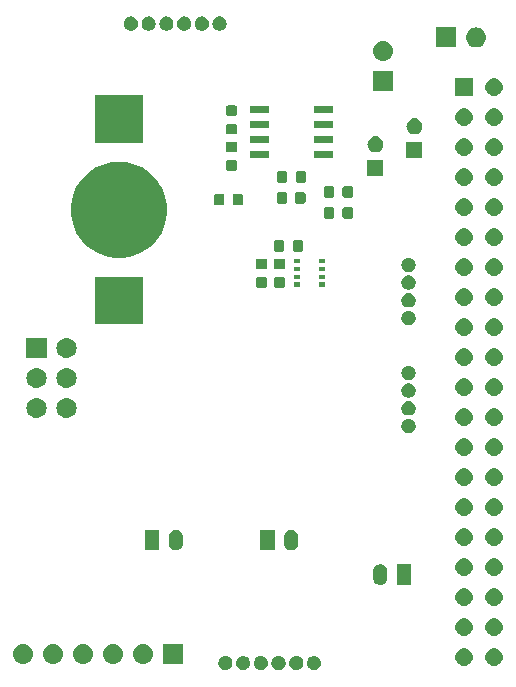
<source format=gbr>
G04 #@! TF.GenerationSoftware,KiCad,Pcbnew,(5.0.0)*
G04 #@! TF.CreationDate,2020-04-02T10:34:19-07:00*
G04 #@! TF.ProjectId,controlBoard_rev05a,636F6E74726F6C426F6172645F726576,rev?*
G04 #@! TF.SameCoordinates,Original*
G04 #@! TF.FileFunction,Soldermask,Bot*
G04 #@! TF.FilePolarity,Negative*
%FSLAX46Y46*%
G04 Gerber Fmt 4.6, Leading zero omitted, Abs format (unit mm)*
G04 Created by KiCad (PCBNEW (5.0.0)) date 04/02/20 10:34:19*
%MOMM*%
%LPD*%
G01*
G04 APERTURE LIST*
%ADD10C,0.100000*%
G04 APERTURE END LIST*
D10*
G36*
X20107012Y-55557057D02*
X20216207Y-55602287D01*
X20314481Y-55667952D01*
X20398048Y-55751519D01*
X20463713Y-55849793D01*
X20508943Y-55958988D01*
X20532000Y-56074904D01*
X20532000Y-56193096D01*
X20508943Y-56309012D01*
X20463713Y-56418207D01*
X20398048Y-56516481D01*
X20314481Y-56600048D01*
X20216207Y-56665713D01*
X20107012Y-56710943D01*
X19991096Y-56734000D01*
X19872904Y-56734000D01*
X19756988Y-56710943D01*
X19647793Y-56665713D01*
X19549519Y-56600048D01*
X19465952Y-56516481D01*
X19400287Y-56418207D01*
X19355057Y-56309012D01*
X19332000Y-56193096D01*
X19332000Y-56074904D01*
X19355057Y-55958988D01*
X19400287Y-55849793D01*
X19465952Y-55751519D01*
X19549519Y-55667952D01*
X19647793Y-55602287D01*
X19756988Y-55557057D01*
X19872904Y-55534000D01*
X19991096Y-55534000D01*
X20107012Y-55557057D01*
X20107012Y-55557057D01*
G37*
G36*
X26107012Y-55557057D02*
X26216207Y-55602287D01*
X26314481Y-55667952D01*
X26398048Y-55751519D01*
X26463713Y-55849793D01*
X26508943Y-55958988D01*
X26532000Y-56074904D01*
X26532000Y-56193096D01*
X26508943Y-56309012D01*
X26463713Y-56418207D01*
X26398048Y-56516481D01*
X26314481Y-56600048D01*
X26216207Y-56665713D01*
X26107012Y-56710943D01*
X25991096Y-56734000D01*
X25872904Y-56734000D01*
X25756988Y-56710943D01*
X25647793Y-56665713D01*
X25549519Y-56600048D01*
X25465952Y-56516481D01*
X25400287Y-56418207D01*
X25355057Y-56309012D01*
X25332000Y-56193096D01*
X25332000Y-56074904D01*
X25355057Y-55958988D01*
X25400287Y-55849793D01*
X25465952Y-55751519D01*
X25549519Y-55667952D01*
X25647793Y-55602287D01*
X25756988Y-55557057D01*
X25872904Y-55534000D01*
X25991096Y-55534000D01*
X26107012Y-55557057D01*
X26107012Y-55557057D01*
G37*
G36*
X27607012Y-55557057D02*
X27716207Y-55602287D01*
X27814481Y-55667952D01*
X27898048Y-55751519D01*
X27963713Y-55849793D01*
X28008943Y-55958988D01*
X28032000Y-56074904D01*
X28032000Y-56193096D01*
X28008943Y-56309012D01*
X27963713Y-56418207D01*
X27898048Y-56516481D01*
X27814481Y-56600048D01*
X27716207Y-56665713D01*
X27607012Y-56710943D01*
X27491096Y-56734000D01*
X27372904Y-56734000D01*
X27256988Y-56710943D01*
X27147793Y-56665713D01*
X27049519Y-56600048D01*
X26965952Y-56516481D01*
X26900287Y-56418207D01*
X26855057Y-56309012D01*
X26832000Y-56193096D01*
X26832000Y-56074904D01*
X26855057Y-55958988D01*
X26900287Y-55849793D01*
X26965952Y-55751519D01*
X27049519Y-55667952D01*
X27147793Y-55602287D01*
X27256988Y-55557057D01*
X27372904Y-55534000D01*
X27491096Y-55534000D01*
X27607012Y-55557057D01*
X27607012Y-55557057D01*
G37*
G36*
X24607012Y-55557057D02*
X24716207Y-55602287D01*
X24814481Y-55667952D01*
X24898048Y-55751519D01*
X24963713Y-55849793D01*
X25008943Y-55958988D01*
X25032000Y-56074904D01*
X25032000Y-56193096D01*
X25008943Y-56309012D01*
X24963713Y-56418207D01*
X24898048Y-56516481D01*
X24814481Y-56600048D01*
X24716207Y-56665713D01*
X24607012Y-56710943D01*
X24491096Y-56734000D01*
X24372904Y-56734000D01*
X24256988Y-56710943D01*
X24147793Y-56665713D01*
X24049519Y-56600048D01*
X23965952Y-56516481D01*
X23900287Y-56418207D01*
X23855057Y-56309012D01*
X23832000Y-56193096D01*
X23832000Y-56074904D01*
X23855057Y-55958988D01*
X23900287Y-55849793D01*
X23965952Y-55751519D01*
X24049519Y-55667952D01*
X24147793Y-55602287D01*
X24256988Y-55557057D01*
X24372904Y-55534000D01*
X24491096Y-55534000D01*
X24607012Y-55557057D01*
X24607012Y-55557057D01*
G37*
G36*
X21607012Y-55557057D02*
X21716207Y-55602287D01*
X21814481Y-55667952D01*
X21898048Y-55751519D01*
X21963713Y-55849793D01*
X22008943Y-55958988D01*
X22032000Y-56074904D01*
X22032000Y-56193096D01*
X22008943Y-56309012D01*
X21963713Y-56418207D01*
X21898048Y-56516481D01*
X21814481Y-56600048D01*
X21716207Y-56665713D01*
X21607012Y-56710943D01*
X21491096Y-56734000D01*
X21372904Y-56734000D01*
X21256988Y-56710943D01*
X21147793Y-56665713D01*
X21049519Y-56600048D01*
X20965952Y-56516481D01*
X20900287Y-56418207D01*
X20855057Y-56309012D01*
X20832000Y-56193096D01*
X20832000Y-56074904D01*
X20855057Y-55958988D01*
X20900287Y-55849793D01*
X20965952Y-55751519D01*
X21049519Y-55667952D01*
X21147793Y-55602287D01*
X21256988Y-55557057D01*
X21372904Y-55534000D01*
X21491096Y-55534000D01*
X21607012Y-55557057D01*
X21607012Y-55557057D01*
G37*
G36*
X23107012Y-55557057D02*
X23216207Y-55602287D01*
X23314481Y-55667952D01*
X23398048Y-55751519D01*
X23463713Y-55849793D01*
X23508943Y-55958988D01*
X23532000Y-56074904D01*
X23532000Y-56193096D01*
X23508943Y-56309012D01*
X23463713Y-56418207D01*
X23398048Y-56516481D01*
X23314481Y-56600048D01*
X23216207Y-56665713D01*
X23107012Y-56710943D01*
X22991096Y-56734000D01*
X22872904Y-56734000D01*
X22756988Y-56710943D01*
X22647793Y-56665713D01*
X22549519Y-56600048D01*
X22465952Y-56516481D01*
X22400287Y-56418207D01*
X22355057Y-56309012D01*
X22332000Y-56193096D01*
X22332000Y-56074904D01*
X22355057Y-55958988D01*
X22400287Y-55849793D01*
X22465952Y-55751519D01*
X22549519Y-55667952D01*
X22647793Y-55602287D01*
X22756988Y-55557057D01*
X22872904Y-55534000D01*
X22991096Y-55534000D01*
X23107012Y-55557057D01*
X23107012Y-55557057D01*
G37*
G36*
X40279027Y-54886852D02*
X40420401Y-54929738D01*
X40550694Y-54999380D01*
X40664896Y-55093104D01*
X40758620Y-55207306D01*
X40828262Y-55337599D01*
X40871148Y-55478973D01*
X40885628Y-55626000D01*
X40871148Y-55773027D01*
X40828262Y-55914401D01*
X40758620Y-56044694D01*
X40664896Y-56158896D01*
X40550694Y-56252620D01*
X40420401Y-56322262D01*
X40279027Y-56365148D01*
X40168839Y-56376000D01*
X40095161Y-56376000D01*
X39984973Y-56365148D01*
X39843599Y-56322262D01*
X39713306Y-56252620D01*
X39599104Y-56158896D01*
X39505380Y-56044694D01*
X39435738Y-55914401D01*
X39392852Y-55773027D01*
X39378372Y-55626000D01*
X39392852Y-55478973D01*
X39435738Y-55337599D01*
X39505380Y-55207306D01*
X39599104Y-55093104D01*
X39713306Y-54999380D01*
X39843599Y-54929738D01*
X39984973Y-54886852D01*
X40095161Y-54876000D01*
X40168839Y-54876000D01*
X40279027Y-54886852D01*
X40279027Y-54886852D01*
G37*
G36*
X42819027Y-54886852D02*
X42960401Y-54929738D01*
X43090694Y-54999380D01*
X43204896Y-55093104D01*
X43298620Y-55207306D01*
X43368262Y-55337599D01*
X43411148Y-55478973D01*
X43425628Y-55626000D01*
X43411148Y-55773027D01*
X43368262Y-55914401D01*
X43298620Y-56044694D01*
X43204896Y-56158896D01*
X43090694Y-56252620D01*
X42960401Y-56322262D01*
X42819027Y-56365148D01*
X42708839Y-56376000D01*
X42635161Y-56376000D01*
X42524973Y-56365148D01*
X42383599Y-56322262D01*
X42253306Y-56252620D01*
X42139104Y-56158896D01*
X42045380Y-56044694D01*
X41975738Y-55914401D01*
X41932852Y-55773027D01*
X41918372Y-55626000D01*
X41932852Y-55478973D01*
X41975738Y-55337599D01*
X42045380Y-55207306D01*
X42139104Y-55093104D01*
X42253306Y-54999380D01*
X42383599Y-54929738D01*
X42524973Y-54886852D01*
X42635161Y-54876000D01*
X42708839Y-54876000D01*
X42819027Y-54886852D01*
X42819027Y-54886852D01*
G37*
G36*
X13120630Y-54534299D02*
X13280855Y-54582903D01*
X13428520Y-54661831D01*
X13557949Y-54768051D01*
X13664169Y-54897480D01*
X13743097Y-55045145D01*
X13791701Y-55205370D01*
X13808112Y-55372000D01*
X13791701Y-55538630D01*
X13743097Y-55698855D01*
X13664169Y-55846520D01*
X13557949Y-55975949D01*
X13428520Y-56082169D01*
X13280855Y-56161097D01*
X13120630Y-56209701D01*
X12995752Y-56222000D01*
X12912248Y-56222000D01*
X12787370Y-56209701D01*
X12627145Y-56161097D01*
X12479480Y-56082169D01*
X12350051Y-55975949D01*
X12243831Y-55846520D01*
X12164903Y-55698855D01*
X12116299Y-55538630D01*
X12099888Y-55372000D01*
X12116299Y-55205370D01*
X12164903Y-55045145D01*
X12243831Y-54897480D01*
X12350051Y-54768051D01*
X12479480Y-54661831D01*
X12627145Y-54582903D01*
X12787370Y-54534299D01*
X12912248Y-54522000D01*
X12995752Y-54522000D01*
X13120630Y-54534299D01*
X13120630Y-54534299D01*
G37*
G36*
X16344000Y-56222000D02*
X14644000Y-56222000D01*
X14644000Y-54522000D01*
X16344000Y-54522000D01*
X16344000Y-56222000D01*
X16344000Y-56222000D01*
G37*
G36*
X10580630Y-54534299D02*
X10740855Y-54582903D01*
X10888520Y-54661831D01*
X11017949Y-54768051D01*
X11124169Y-54897480D01*
X11203097Y-55045145D01*
X11251701Y-55205370D01*
X11268112Y-55372000D01*
X11251701Y-55538630D01*
X11203097Y-55698855D01*
X11124169Y-55846520D01*
X11017949Y-55975949D01*
X10888520Y-56082169D01*
X10740855Y-56161097D01*
X10580630Y-56209701D01*
X10455752Y-56222000D01*
X10372248Y-56222000D01*
X10247370Y-56209701D01*
X10087145Y-56161097D01*
X9939480Y-56082169D01*
X9810051Y-55975949D01*
X9703831Y-55846520D01*
X9624903Y-55698855D01*
X9576299Y-55538630D01*
X9559888Y-55372000D01*
X9576299Y-55205370D01*
X9624903Y-55045145D01*
X9703831Y-54897480D01*
X9810051Y-54768051D01*
X9939480Y-54661831D01*
X10087145Y-54582903D01*
X10247370Y-54534299D01*
X10372248Y-54522000D01*
X10455752Y-54522000D01*
X10580630Y-54534299D01*
X10580630Y-54534299D01*
G37*
G36*
X8040630Y-54534299D02*
X8200855Y-54582903D01*
X8348520Y-54661831D01*
X8477949Y-54768051D01*
X8584169Y-54897480D01*
X8663097Y-55045145D01*
X8711701Y-55205370D01*
X8728112Y-55372000D01*
X8711701Y-55538630D01*
X8663097Y-55698855D01*
X8584169Y-55846520D01*
X8477949Y-55975949D01*
X8348520Y-56082169D01*
X8200855Y-56161097D01*
X8040630Y-56209701D01*
X7915752Y-56222000D01*
X7832248Y-56222000D01*
X7707370Y-56209701D01*
X7547145Y-56161097D01*
X7399480Y-56082169D01*
X7270051Y-55975949D01*
X7163831Y-55846520D01*
X7084903Y-55698855D01*
X7036299Y-55538630D01*
X7019888Y-55372000D01*
X7036299Y-55205370D01*
X7084903Y-55045145D01*
X7163831Y-54897480D01*
X7270051Y-54768051D01*
X7399480Y-54661831D01*
X7547145Y-54582903D01*
X7707370Y-54534299D01*
X7832248Y-54522000D01*
X7915752Y-54522000D01*
X8040630Y-54534299D01*
X8040630Y-54534299D01*
G37*
G36*
X5500630Y-54534299D02*
X5660855Y-54582903D01*
X5808520Y-54661831D01*
X5937949Y-54768051D01*
X6044169Y-54897480D01*
X6123097Y-55045145D01*
X6171701Y-55205370D01*
X6188112Y-55372000D01*
X6171701Y-55538630D01*
X6123097Y-55698855D01*
X6044169Y-55846520D01*
X5937949Y-55975949D01*
X5808520Y-56082169D01*
X5660855Y-56161097D01*
X5500630Y-56209701D01*
X5375752Y-56222000D01*
X5292248Y-56222000D01*
X5167370Y-56209701D01*
X5007145Y-56161097D01*
X4859480Y-56082169D01*
X4730051Y-55975949D01*
X4623831Y-55846520D01*
X4544903Y-55698855D01*
X4496299Y-55538630D01*
X4479888Y-55372000D01*
X4496299Y-55205370D01*
X4544903Y-55045145D01*
X4623831Y-54897480D01*
X4730051Y-54768051D01*
X4859480Y-54661831D01*
X5007145Y-54582903D01*
X5167370Y-54534299D01*
X5292248Y-54522000D01*
X5375752Y-54522000D01*
X5500630Y-54534299D01*
X5500630Y-54534299D01*
G37*
G36*
X2960630Y-54534299D02*
X3120855Y-54582903D01*
X3268520Y-54661831D01*
X3397949Y-54768051D01*
X3504169Y-54897480D01*
X3583097Y-55045145D01*
X3631701Y-55205370D01*
X3648112Y-55372000D01*
X3631701Y-55538630D01*
X3583097Y-55698855D01*
X3504169Y-55846520D01*
X3397949Y-55975949D01*
X3268520Y-56082169D01*
X3120855Y-56161097D01*
X2960630Y-56209701D01*
X2835752Y-56222000D01*
X2752248Y-56222000D01*
X2627370Y-56209701D01*
X2467145Y-56161097D01*
X2319480Y-56082169D01*
X2190051Y-55975949D01*
X2083831Y-55846520D01*
X2004903Y-55698855D01*
X1956299Y-55538630D01*
X1939888Y-55372000D01*
X1956299Y-55205370D01*
X2004903Y-55045145D01*
X2083831Y-54897480D01*
X2190051Y-54768051D01*
X2319480Y-54661831D01*
X2467145Y-54582903D01*
X2627370Y-54534299D01*
X2752248Y-54522000D01*
X2835752Y-54522000D01*
X2960630Y-54534299D01*
X2960630Y-54534299D01*
G37*
G36*
X42819027Y-52346852D02*
X42960401Y-52389738D01*
X43090694Y-52459380D01*
X43204896Y-52553104D01*
X43298620Y-52667306D01*
X43368262Y-52797599D01*
X43411148Y-52938973D01*
X43425628Y-53086000D01*
X43411148Y-53233027D01*
X43368262Y-53374401D01*
X43298620Y-53504694D01*
X43204896Y-53618896D01*
X43090694Y-53712620D01*
X42960401Y-53782262D01*
X42819027Y-53825148D01*
X42708839Y-53836000D01*
X42635161Y-53836000D01*
X42524973Y-53825148D01*
X42383599Y-53782262D01*
X42253306Y-53712620D01*
X42139104Y-53618896D01*
X42045380Y-53504694D01*
X41975738Y-53374401D01*
X41932852Y-53233027D01*
X41918372Y-53086000D01*
X41932852Y-52938973D01*
X41975738Y-52797599D01*
X42045380Y-52667306D01*
X42139104Y-52553104D01*
X42253306Y-52459380D01*
X42383599Y-52389738D01*
X42524973Y-52346852D01*
X42635161Y-52336000D01*
X42708839Y-52336000D01*
X42819027Y-52346852D01*
X42819027Y-52346852D01*
G37*
G36*
X40279027Y-52346852D02*
X40420401Y-52389738D01*
X40550694Y-52459380D01*
X40664896Y-52553104D01*
X40758620Y-52667306D01*
X40828262Y-52797599D01*
X40871148Y-52938973D01*
X40885628Y-53086000D01*
X40871148Y-53233027D01*
X40828262Y-53374401D01*
X40758620Y-53504694D01*
X40664896Y-53618896D01*
X40550694Y-53712620D01*
X40420401Y-53782262D01*
X40279027Y-53825148D01*
X40168839Y-53836000D01*
X40095161Y-53836000D01*
X39984973Y-53825148D01*
X39843599Y-53782262D01*
X39713306Y-53712620D01*
X39599104Y-53618896D01*
X39505380Y-53504694D01*
X39435738Y-53374401D01*
X39392852Y-53233027D01*
X39378372Y-53086000D01*
X39392852Y-52938973D01*
X39435738Y-52797599D01*
X39505380Y-52667306D01*
X39599104Y-52553104D01*
X39713306Y-52459380D01*
X39843599Y-52389738D01*
X39984973Y-52346852D01*
X40095161Y-52336000D01*
X40168839Y-52336000D01*
X40279027Y-52346852D01*
X40279027Y-52346852D01*
G37*
G36*
X42819027Y-49806852D02*
X42960401Y-49849738D01*
X43090694Y-49919380D01*
X43204896Y-50013104D01*
X43298620Y-50127306D01*
X43368262Y-50257599D01*
X43411148Y-50398973D01*
X43425628Y-50546000D01*
X43411148Y-50693027D01*
X43368262Y-50834401D01*
X43298620Y-50964694D01*
X43204896Y-51078896D01*
X43090694Y-51172620D01*
X42960401Y-51242262D01*
X42819027Y-51285148D01*
X42708839Y-51296000D01*
X42635161Y-51296000D01*
X42524973Y-51285148D01*
X42383599Y-51242262D01*
X42253306Y-51172620D01*
X42139104Y-51078896D01*
X42045380Y-50964694D01*
X41975738Y-50834401D01*
X41932852Y-50693027D01*
X41918372Y-50546000D01*
X41932852Y-50398973D01*
X41975738Y-50257599D01*
X42045380Y-50127306D01*
X42139104Y-50013104D01*
X42253306Y-49919380D01*
X42383599Y-49849738D01*
X42524973Y-49806852D01*
X42635161Y-49796000D01*
X42708839Y-49796000D01*
X42819027Y-49806852D01*
X42819027Y-49806852D01*
G37*
G36*
X40279027Y-49806852D02*
X40420401Y-49849738D01*
X40550694Y-49919380D01*
X40664896Y-50013104D01*
X40758620Y-50127306D01*
X40828262Y-50257599D01*
X40871148Y-50398973D01*
X40885628Y-50546000D01*
X40871148Y-50693027D01*
X40828262Y-50834401D01*
X40758620Y-50964694D01*
X40664896Y-51078896D01*
X40550694Y-51172620D01*
X40420401Y-51242262D01*
X40279027Y-51285148D01*
X40168839Y-51296000D01*
X40095161Y-51296000D01*
X39984973Y-51285148D01*
X39843599Y-51242262D01*
X39713306Y-51172620D01*
X39599104Y-51078896D01*
X39505380Y-50964694D01*
X39435738Y-50834401D01*
X39392852Y-50693027D01*
X39378372Y-50546000D01*
X39392852Y-50398973D01*
X39435738Y-50257599D01*
X39505380Y-50127306D01*
X39599104Y-50013104D01*
X39713306Y-49919380D01*
X39843599Y-49849738D01*
X39984973Y-49806852D01*
X40095161Y-49796000D01*
X40168839Y-49796000D01*
X40279027Y-49806852D01*
X40279027Y-49806852D01*
G37*
G36*
X33169621Y-47774682D02*
X33282721Y-47808990D01*
X33386955Y-47864704D01*
X33478317Y-47939683D01*
X33553296Y-48031045D01*
X33609010Y-48135279D01*
X33643318Y-48248379D01*
X33652000Y-48336526D01*
X33652000Y-48945474D01*
X33643318Y-49033621D01*
X33609010Y-49146721D01*
X33553296Y-49250955D01*
X33478317Y-49342317D01*
X33386954Y-49417296D01*
X33282720Y-49473010D01*
X33169620Y-49507318D01*
X33052000Y-49518903D01*
X32934379Y-49507318D01*
X32821279Y-49473010D01*
X32717045Y-49417296D01*
X32625683Y-49342317D01*
X32550704Y-49250954D01*
X32494990Y-49146720D01*
X32460682Y-49033620D01*
X32452000Y-48945473D01*
X32452000Y-48336526D01*
X32460682Y-48248379D01*
X32494990Y-48135279D01*
X32550705Y-48031045D01*
X32625684Y-47939683D01*
X32717046Y-47864704D01*
X32821280Y-47808990D01*
X32934380Y-47774682D01*
X33052000Y-47763097D01*
X33169621Y-47774682D01*
X33169621Y-47774682D01*
G37*
G36*
X35652000Y-49516000D02*
X34452000Y-49516000D01*
X34452000Y-47766000D01*
X35652000Y-47766000D01*
X35652000Y-49516000D01*
X35652000Y-49516000D01*
G37*
G36*
X42819027Y-47266852D02*
X42960401Y-47309738D01*
X43090694Y-47379380D01*
X43204896Y-47473104D01*
X43298620Y-47587306D01*
X43368262Y-47717599D01*
X43411148Y-47858973D01*
X43425628Y-48006000D01*
X43411148Y-48153027D01*
X43368262Y-48294401D01*
X43298620Y-48424694D01*
X43204896Y-48538896D01*
X43090694Y-48632620D01*
X42960401Y-48702262D01*
X42819027Y-48745148D01*
X42708839Y-48756000D01*
X42635161Y-48756000D01*
X42524973Y-48745148D01*
X42383599Y-48702262D01*
X42253306Y-48632620D01*
X42139104Y-48538896D01*
X42045380Y-48424694D01*
X41975738Y-48294401D01*
X41932852Y-48153027D01*
X41918372Y-48006000D01*
X41932852Y-47858973D01*
X41975738Y-47717599D01*
X42045380Y-47587306D01*
X42139104Y-47473104D01*
X42253306Y-47379380D01*
X42383599Y-47309738D01*
X42524973Y-47266852D01*
X42635161Y-47256000D01*
X42708839Y-47256000D01*
X42819027Y-47266852D01*
X42819027Y-47266852D01*
G37*
G36*
X40279027Y-47266852D02*
X40420401Y-47309738D01*
X40550694Y-47379380D01*
X40664896Y-47473104D01*
X40758620Y-47587306D01*
X40828262Y-47717599D01*
X40871148Y-47858973D01*
X40885628Y-48006000D01*
X40871148Y-48153027D01*
X40828262Y-48294401D01*
X40758620Y-48424694D01*
X40664896Y-48538896D01*
X40550694Y-48632620D01*
X40420401Y-48702262D01*
X40279027Y-48745148D01*
X40168839Y-48756000D01*
X40095161Y-48756000D01*
X39984973Y-48745148D01*
X39843599Y-48702262D01*
X39713306Y-48632620D01*
X39599104Y-48538896D01*
X39505380Y-48424694D01*
X39435738Y-48294401D01*
X39392852Y-48153027D01*
X39378372Y-48006000D01*
X39392852Y-47858973D01*
X39435738Y-47717599D01*
X39505380Y-47587306D01*
X39599104Y-47473104D01*
X39713306Y-47379380D01*
X39843599Y-47309738D01*
X39984973Y-47266852D01*
X40095161Y-47256000D01*
X40168839Y-47256000D01*
X40279027Y-47266852D01*
X40279027Y-47266852D01*
G37*
G36*
X25612620Y-44853682D02*
X25725720Y-44887990D01*
X25829954Y-44943704D01*
X25921317Y-45018683D01*
X25996296Y-45110045D01*
X26052010Y-45214279D01*
X26086318Y-45327379D01*
X26095000Y-45415526D01*
X26095000Y-46024474D01*
X26086318Y-46112621D01*
X26052010Y-46225721D01*
X25996296Y-46329955D01*
X25921317Y-46421317D01*
X25829955Y-46496296D01*
X25725721Y-46552010D01*
X25612621Y-46586318D01*
X25495000Y-46597903D01*
X25377380Y-46586318D01*
X25264280Y-46552010D01*
X25160046Y-46496296D01*
X25068684Y-46421317D01*
X24993705Y-46329955D01*
X24937990Y-46225721D01*
X24903682Y-46112621D01*
X24895000Y-46024474D01*
X24895000Y-45415527D01*
X24903682Y-45327380D01*
X24937990Y-45214280D01*
X24993704Y-45110046D01*
X25068683Y-45018683D01*
X25160045Y-44943704D01*
X25264279Y-44887990D01*
X25377379Y-44853682D01*
X25495000Y-44842097D01*
X25612620Y-44853682D01*
X25612620Y-44853682D01*
G37*
G36*
X15833620Y-44853682D02*
X15946720Y-44887990D01*
X16050954Y-44943704D01*
X16142317Y-45018683D01*
X16217296Y-45110045D01*
X16273010Y-45214279D01*
X16307318Y-45327379D01*
X16316000Y-45415526D01*
X16316000Y-46024474D01*
X16307318Y-46112621D01*
X16273010Y-46225721D01*
X16217296Y-46329955D01*
X16142317Y-46421317D01*
X16050955Y-46496296D01*
X15946721Y-46552010D01*
X15833621Y-46586318D01*
X15716000Y-46597903D01*
X15598380Y-46586318D01*
X15485280Y-46552010D01*
X15381046Y-46496296D01*
X15289684Y-46421317D01*
X15214705Y-46329955D01*
X15158990Y-46225721D01*
X15124682Y-46112621D01*
X15116000Y-46024474D01*
X15116000Y-45415527D01*
X15124682Y-45327380D01*
X15158990Y-45214280D01*
X15214704Y-45110046D01*
X15289683Y-45018683D01*
X15381045Y-44943704D01*
X15485279Y-44887990D01*
X15598379Y-44853682D01*
X15716000Y-44842097D01*
X15833620Y-44853682D01*
X15833620Y-44853682D01*
G37*
G36*
X14316000Y-46595000D02*
X13116000Y-46595000D01*
X13116000Y-44845000D01*
X14316000Y-44845000D01*
X14316000Y-46595000D01*
X14316000Y-46595000D01*
G37*
G36*
X24095000Y-46595000D02*
X22895000Y-46595000D01*
X22895000Y-44845000D01*
X24095000Y-44845000D01*
X24095000Y-46595000D01*
X24095000Y-46595000D01*
G37*
G36*
X42819027Y-44726852D02*
X42960401Y-44769738D01*
X43090694Y-44839380D01*
X43204896Y-44933104D01*
X43298620Y-45047306D01*
X43368262Y-45177599D01*
X43411148Y-45318973D01*
X43425628Y-45466000D01*
X43411148Y-45613027D01*
X43368262Y-45754401D01*
X43298620Y-45884694D01*
X43204896Y-45998896D01*
X43090694Y-46092620D01*
X42960401Y-46162262D01*
X42819027Y-46205148D01*
X42708839Y-46216000D01*
X42635161Y-46216000D01*
X42524973Y-46205148D01*
X42383599Y-46162262D01*
X42253306Y-46092620D01*
X42139104Y-45998896D01*
X42045380Y-45884694D01*
X41975738Y-45754401D01*
X41932852Y-45613027D01*
X41918372Y-45466000D01*
X41932852Y-45318973D01*
X41975738Y-45177599D01*
X42045380Y-45047306D01*
X42139104Y-44933104D01*
X42253306Y-44839380D01*
X42383599Y-44769738D01*
X42524973Y-44726852D01*
X42635161Y-44716000D01*
X42708839Y-44716000D01*
X42819027Y-44726852D01*
X42819027Y-44726852D01*
G37*
G36*
X40279027Y-44726852D02*
X40420401Y-44769738D01*
X40550694Y-44839380D01*
X40664896Y-44933104D01*
X40758620Y-45047306D01*
X40828262Y-45177599D01*
X40871148Y-45318973D01*
X40885628Y-45466000D01*
X40871148Y-45613027D01*
X40828262Y-45754401D01*
X40758620Y-45884694D01*
X40664896Y-45998896D01*
X40550694Y-46092620D01*
X40420401Y-46162262D01*
X40279027Y-46205148D01*
X40168839Y-46216000D01*
X40095161Y-46216000D01*
X39984973Y-46205148D01*
X39843599Y-46162262D01*
X39713306Y-46092620D01*
X39599104Y-45998896D01*
X39505380Y-45884694D01*
X39435738Y-45754401D01*
X39392852Y-45613027D01*
X39378372Y-45466000D01*
X39392852Y-45318973D01*
X39435738Y-45177599D01*
X39505380Y-45047306D01*
X39599104Y-44933104D01*
X39713306Y-44839380D01*
X39843599Y-44769738D01*
X39984973Y-44726852D01*
X40095161Y-44716000D01*
X40168839Y-44716000D01*
X40279027Y-44726852D01*
X40279027Y-44726852D01*
G37*
G36*
X40279027Y-42186852D02*
X40420401Y-42229738D01*
X40550694Y-42299380D01*
X40664896Y-42393104D01*
X40758620Y-42507306D01*
X40828262Y-42637599D01*
X40871148Y-42778973D01*
X40885628Y-42926000D01*
X40871148Y-43073027D01*
X40828262Y-43214401D01*
X40758620Y-43344694D01*
X40664896Y-43458896D01*
X40550694Y-43552620D01*
X40420401Y-43622262D01*
X40279027Y-43665148D01*
X40168839Y-43676000D01*
X40095161Y-43676000D01*
X39984973Y-43665148D01*
X39843599Y-43622262D01*
X39713306Y-43552620D01*
X39599104Y-43458896D01*
X39505380Y-43344694D01*
X39435738Y-43214401D01*
X39392852Y-43073027D01*
X39378372Y-42926000D01*
X39392852Y-42778973D01*
X39435738Y-42637599D01*
X39505380Y-42507306D01*
X39599104Y-42393104D01*
X39713306Y-42299380D01*
X39843599Y-42229738D01*
X39984973Y-42186852D01*
X40095161Y-42176000D01*
X40168839Y-42176000D01*
X40279027Y-42186852D01*
X40279027Y-42186852D01*
G37*
G36*
X42819027Y-42186852D02*
X42960401Y-42229738D01*
X43090694Y-42299380D01*
X43204896Y-42393104D01*
X43298620Y-42507306D01*
X43368262Y-42637599D01*
X43411148Y-42778973D01*
X43425628Y-42926000D01*
X43411148Y-43073027D01*
X43368262Y-43214401D01*
X43298620Y-43344694D01*
X43204896Y-43458896D01*
X43090694Y-43552620D01*
X42960401Y-43622262D01*
X42819027Y-43665148D01*
X42708839Y-43676000D01*
X42635161Y-43676000D01*
X42524973Y-43665148D01*
X42383599Y-43622262D01*
X42253306Y-43552620D01*
X42139104Y-43458896D01*
X42045380Y-43344694D01*
X41975738Y-43214401D01*
X41932852Y-43073027D01*
X41918372Y-42926000D01*
X41932852Y-42778973D01*
X41975738Y-42637599D01*
X42045380Y-42507306D01*
X42139104Y-42393104D01*
X42253306Y-42299380D01*
X42383599Y-42229738D01*
X42524973Y-42186852D01*
X42635161Y-42176000D01*
X42708839Y-42176000D01*
X42819027Y-42186852D01*
X42819027Y-42186852D01*
G37*
G36*
X40279027Y-39646852D02*
X40420401Y-39689738D01*
X40550694Y-39759380D01*
X40664896Y-39853104D01*
X40758620Y-39967306D01*
X40828262Y-40097599D01*
X40871148Y-40238973D01*
X40885628Y-40386000D01*
X40871148Y-40533027D01*
X40828262Y-40674401D01*
X40758620Y-40804694D01*
X40664896Y-40918896D01*
X40550694Y-41012620D01*
X40420401Y-41082262D01*
X40279027Y-41125148D01*
X40168839Y-41136000D01*
X40095161Y-41136000D01*
X39984973Y-41125148D01*
X39843599Y-41082262D01*
X39713306Y-41012620D01*
X39599104Y-40918896D01*
X39505380Y-40804694D01*
X39435738Y-40674401D01*
X39392852Y-40533027D01*
X39378372Y-40386000D01*
X39392852Y-40238973D01*
X39435738Y-40097599D01*
X39505380Y-39967306D01*
X39599104Y-39853104D01*
X39713306Y-39759380D01*
X39843599Y-39689738D01*
X39984973Y-39646852D01*
X40095161Y-39636000D01*
X40168839Y-39636000D01*
X40279027Y-39646852D01*
X40279027Y-39646852D01*
G37*
G36*
X42819027Y-39646852D02*
X42960401Y-39689738D01*
X43090694Y-39759380D01*
X43204896Y-39853104D01*
X43298620Y-39967306D01*
X43368262Y-40097599D01*
X43411148Y-40238973D01*
X43425628Y-40386000D01*
X43411148Y-40533027D01*
X43368262Y-40674401D01*
X43298620Y-40804694D01*
X43204896Y-40918896D01*
X43090694Y-41012620D01*
X42960401Y-41082262D01*
X42819027Y-41125148D01*
X42708839Y-41136000D01*
X42635161Y-41136000D01*
X42524973Y-41125148D01*
X42383599Y-41082262D01*
X42253306Y-41012620D01*
X42139104Y-40918896D01*
X42045380Y-40804694D01*
X41975738Y-40674401D01*
X41932852Y-40533027D01*
X41918372Y-40386000D01*
X41932852Y-40238973D01*
X41975738Y-40097599D01*
X42045380Y-39967306D01*
X42139104Y-39853104D01*
X42253306Y-39759380D01*
X42383599Y-39689738D01*
X42524973Y-39646852D01*
X42635161Y-39636000D01*
X42708839Y-39636000D01*
X42819027Y-39646852D01*
X42819027Y-39646852D01*
G37*
G36*
X40279027Y-37106852D02*
X40420401Y-37149738D01*
X40550694Y-37219380D01*
X40664896Y-37313104D01*
X40758620Y-37427306D01*
X40828262Y-37557599D01*
X40871148Y-37698973D01*
X40885628Y-37846000D01*
X40871148Y-37993027D01*
X40828262Y-38134401D01*
X40758620Y-38264694D01*
X40664896Y-38378896D01*
X40550694Y-38472620D01*
X40420401Y-38542262D01*
X40279027Y-38585148D01*
X40168839Y-38596000D01*
X40095161Y-38596000D01*
X39984973Y-38585148D01*
X39843599Y-38542262D01*
X39713306Y-38472620D01*
X39599104Y-38378896D01*
X39505380Y-38264694D01*
X39435738Y-38134401D01*
X39392852Y-37993027D01*
X39378372Y-37846000D01*
X39392852Y-37698973D01*
X39435738Y-37557599D01*
X39505380Y-37427306D01*
X39599104Y-37313104D01*
X39713306Y-37219380D01*
X39843599Y-37149738D01*
X39984973Y-37106852D01*
X40095161Y-37096000D01*
X40168839Y-37096000D01*
X40279027Y-37106852D01*
X40279027Y-37106852D01*
G37*
G36*
X42819027Y-37106852D02*
X42960401Y-37149738D01*
X43090694Y-37219380D01*
X43204896Y-37313104D01*
X43298620Y-37427306D01*
X43368262Y-37557599D01*
X43411148Y-37698973D01*
X43425628Y-37846000D01*
X43411148Y-37993027D01*
X43368262Y-38134401D01*
X43298620Y-38264694D01*
X43204896Y-38378896D01*
X43090694Y-38472620D01*
X42960401Y-38542262D01*
X42819027Y-38585148D01*
X42708839Y-38596000D01*
X42635161Y-38596000D01*
X42524973Y-38585148D01*
X42383599Y-38542262D01*
X42253306Y-38472620D01*
X42139104Y-38378896D01*
X42045380Y-38264694D01*
X41975738Y-38134401D01*
X41932852Y-37993027D01*
X41918372Y-37846000D01*
X41932852Y-37698973D01*
X41975738Y-37557599D01*
X42045380Y-37427306D01*
X42139104Y-37313104D01*
X42253306Y-37219380D01*
X42383599Y-37149738D01*
X42524973Y-37106852D01*
X42635161Y-37096000D01*
X42708839Y-37096000D01*
X42819027Y-37106852D01*
X42819027Y-37106852D01*
G37*
G36*
X35608012Y-35491057D02*
X35717207Y-35536287D01*
X35815481Y-35601952D01*
X35899048Y-35685519D01*
X35964713Y-35783793D01*
X36009943Y-35892988D01*
X36033000Y-36008904D01*
X36033000Y-36127096D01*
X36009943Y-36243012D01*
X35964713Y-36352207D01*
X35899048Y-36450481D01*
X35815481Y-36534048D01*
X35717207Y-36599713D01*
X35608012Y-36644943D01*
X35492096Y-36668000D01*
X35373904Y-36668000D01*
X35257988Y-36644943D01*
X35148793Y-36599713D01*
X35050519Y-36534048D01*
X34966952Y-36450481D01*
X34901287Y-36352207D01*
X34856057Y-36243012D01*
X34833000Y-36127096D01*
X34833000Y-36008904D01*
X34856057Y-35892988D01*
X34901287Y-35783793D01*
X34966952Y-35685519D01*
X35050519Y-35601952D01*
X35148793Y-35536287D01*
X35257988Y-35491057D01*
X35373904Y-35468000D01*
X35492096Y-35468000D01*
X35608012Y-35491057D01*
X35608012Y-35491057D01*
G37*
G36*
X42819027Y-34566852D02*
X42960401Y-34609738D01*
X43090694Y-34679380D01*
X43204896Y-34773104D01*
X43298620Y-34887306D01*
X43368262Y-35017599D01*
X43411148Y-35158973D01*
X43425628Y-35306000D01*
X43411148Y-35453027D01*
X43368262Y-35594401D01*
X43298620Y-35724694D01*
X43204896Y-35838896D01*
X43090694Y-35932620D01*
X42960401Y-36002262D01*
X42819027Y-36045148D01*
X42708839Y-36056000D01*
X42635161Y-36056000D01*
X42524973Y-36045148D01*
X42383599Y-36002262D01*
X42253306Y-35932620D01*
X42139104Y-35838896D01*
X42045380Y-35724694D01*
X41975738Y-35594401D01*
X41932852Y-35453027D01*
X41918372Y-35306000D01*
X41932852Y-35158973D01*
X41975738Y-35017599D01*
X42045380Y-34887306D01*
X42139104Y-34773104D01*
X42253306Y-34679380D01*
X42383599Y-34609738D01*
X42524973Y-34566852D01*
X42635161Y-34556000D01*
X42708839Y-34556000D01*
X42819027Y-34566852D01*
X42819027Y-34566852D01*
G37*
G36*
X40279027Y-34566852D02*
X40420401Y-34609738D01*
X40550694Y-34679380D01*
X40664896Y-34773104D01*
X40758620Y-34887306D01*
X40828262Y-35017599D01*
X40871148Y-35158973D01*
X40885628Y-35306000D01*
X40871148Y-35453027D01*
X40828262Y-35594401D01*
X40758620Y-35724694D01*
X40664896Y-35838896D01*
X40550694Y-35932620D01*
X40420401Y-36002262D01*
X40279027Y-36045148D01*
X40168839Y-36056000D01*
X40095161Y-36056000D01*
X39984973Y-36045148D01*
X39843599Y-36002262D01*
X39713306Y-35932620D01*
X39599104Y-35838896D01*
X39505380Y-35724694D01*
X39435738Y-35594401D01*
X39392852Y-35453027D01*
X39378372Y-35306000D01*
X39392852Y-35158973D01*
X39435738Y-35017599D01*
X39505380Y-34887306D01*
X39599104Y-34773104D01*
X39713306Y-34679380D01*
X39843599Y-34609738D01*
X39984973Y-34566852D01*
X40095161Y-34556000D01*
X40168839Y-34556000D01*
X40279027Y-34566852D01*
X40279027Y-34566852D01*
G37*
G36*
X4103630Y-33706299D02*
X4263855Y-33754903D01*
X4411520Y-33833831D01*
X4540949Y-33940051D01*
X4647169Y-34069480D01*
X4726097Y-34217145D01*
X4774701Y-34377370D01*
X4791112Y-34544000D01*
X4774701Y-34710630D01*
X4726097Y-34870855D01*
X4647169Y-35018520D01*
X4540949Y-35147949D01*
X4411520Y-35254169D01*
X4263855Y-35333097D01*
X4103630Y-35381701D01*
X3978752Y-35394000D01*
X3895248Y-35394000D01*
X3770370Y-35381701D01*
X3610145Y-35333097D01*
X3462480Y-35254169D01*
X3333051Y-35147949D01*
X3226831Y-35018520D01*
X3147903Y-34870855D01*
X3099299Y-34710630D01*
X3082888Y-34544000D01*
X3099299Y-34377370D01*
X3147903Y-34217145D01*
X3226831Y-34069480D01*
X3333051Y-33940051D01*
X3462480Y-33833831D01*
X3610145Y-33754903D01*
X3770370Y-33706299D01*
X3895248Y-33694000D01*
X3978752Y-33694000D01*
X4103630Y-33706299D01*
X4103630Y-33706299D01*
G37*
G36*
X6643630Y-33706299D02*
X6803855Y-33754903D01*
X6951520Y-33833831D01*
X7080949Y-33940051D01*
X7187169Y-34069480D01*
X7266097Y-34217145D01*
X7314701Y-34377370D01*
X7331112Y-34544000D01*
X7314701Y-34710630D01*
X7266097Y-34870855D01*
X7187169Y-35018520D01*
X7080949Y-35147949D01*
X6951520Y-35254169D01*
X6803855Y-35333097D01*
X6643630Y-35381701D01*
X6518752Y-35394000D01*
X6435248Y-35394000D01*
X6310370Y-35381701D01*
X6150145Y-35333097D01*
X6002480Y-35254169D01*
X5873051Y-35147949D01*
X5766831Y-35018520D01*
X5687903Y-34870855D01*
X5639299Y-34710630D01*
X5622888Y-34544000D01*
X5639299Y-34377370D01*
X5687903Y-34217145D01*
X5766831Y-34069480D01*
X5873051Y-33940051D01*
X6002480Y-33833831D01*
X6150145Y-33754903D01*
X6310370Y-33706299D01*
X6435248Y-33694000D01*
X6518752Y-33694000D01*
X6643630Y-33706299D01*
X6643630Y-33706299D01*
G37*
G36*
X35608012Y-33991057D02*
X35717207Y-34036287D01*
X35815481Y-34101952D01*
X35899048Y-34185519D01*
X35964713Y-34283793D01*
X36009943Y-34392988D01*
X36033000Y-34508904D01*
X36033000Y-34627096D01*
X36009943Y-34743012D01*
X35964713Y-34852207D01*
X35899048Y-34950481D01*
X35815481Y-35034048D01*
X35717207Y-35099713D01*
X35608012Y-35144943D01*
X35492096Y-35168000D01*
X35373904Y-35168000D01*
X35257988Y-35144943D01*
X35148793Y-35099713D01*
X35050519Y-35034048D01*
X34966952Y-34950481D01*
X34901287Y-34852207D01*
X34856057Y-34743012D01*
X34833000Y-34627096D01*
X34833000Y-34508904D01*
X34856057Y-34392988D01*
X34901287Y-34283793D01*
X34966952Y-34185519D01*
X35050519Y-34101952D01*
X35148793Y-34036287D01*
X35257988Y-33991057D01*
X35373904Y-33968000D01*
X35492096Y-33968000D01*
X35608012Y-33991057D01*
X35608012Y-33991057D01*
G37*
G36*
X35608012Y-32491057D02*
X35717207Y-32536287D01*
X35815481Y-32601952D01*
X35899048Y-32685519D01*
X35964713Y-32783793D01*
X36009943Y-32892988D01*
X36033000Y-33008904D01*
X36033000Y-33127096D01*
X36009943Y-33243012D01*
X35964713Y-33352207D01*
X35899048Y-33450481D01*
X35815481Y-33534048D01*
X35717207Y-33599713D01*
X35608012Y-33644943D01*
X35492096Y-33668000D01*
X35373904Y-33668000D01*
X35257988Y-33644943D01*
X35148793Y-33599713D01*
X35050519Y-33534048D01*
X34966952Y-33450481D01*
X34901287Y-33352207D01*
X34856057Y-33243012D01*
X34833000Y-33127096D01*
X34833000Y-33008904D01*
X34856057Y-32892988D01*
X34901287Y-32783793D01*
X34966952Y-32685519D01*
X35050519Y-32601952D01*
X35148793Y-32536287D01*
X35257988Y-32491057D01*
X35373904Y-32468000D01*
X35492096Y-32468000D01*
X35608012Y-32491057D01*
X35608012Y-32491057D01*
G37*
G36*
X40279027Y-32026852D02*
X40420401Y-32069738D01*
X40550694Y-32139380D01*
X40664896Y-32233104D01*
X40758620Y-32347306D01*
X40828262Y-32477599D01*
X40871148Y-32618973D01*
X40885628Y-32766000D01*
X40871148Y-32913027D01*
X40828262Y-33054401D01*
X40758620Y-33184694D01*
X40664896Y-33298896D01*
X40550694Y-33392620D01*
X40420401Y-33462262D01*
X40279027Y-33505148D01*
X40168839Y-33516000D01*
X40095161Y-33516000D01*
X39984973Y-33505148D01*
X39843599Y-33462262D01*
X39713306Y-33392620D01*
X39599104Y-33298896D01*
X39505380Y-33184694D01*
X39435738Y-33054401D01*
X39392852Y-32913027D01*
X39378372Y-32766000D01*
X39392852Y-32618973D01*
X39435738Y-32477599D01*
X39505380Y-32347306D01*
X39599104Y-32233104D01*
X39713306Y-32139380D01*
X39843599Y-32069738D01*
X39984973Y-32026852D01*
X40095161Y-32016000D01*
X40168839Y-32016000D01*
X40279027Y-32026852D01*
X40279027Y-32026852D01*
G37*
G36*
X42819027Y-32026852D02*
X42960401Y-32069738D01*
X43090694Y-32139380D01*
X43204896Y-32233104D01*
X43298620Y-32347306D01*
X43368262Y-32477599D01*
X43411148Y-32618973D01*
X43425628Y-32766000D01*
X43411148Y-32913027D01*
X43368262Y-33054401D01*
X43298620Y-33184694D01*
X43204896Y-33298896D01*
X43090694Y-33392620D01*
X42960401Y-33462262D01*
X42819027Y-33505148D01*
X42708839Y-33516000D01*
X42635161Y-33516000D01*
X42524973Y-33505148D01*
X42383599Y-33462262D01*
X42253306Y-33392620D01*
X42139104Y-33298896D01*
X42045380Y-33184694D01*
X41975738Y-33054401D01*
X41932852Y-32913027D01*
X41918372Y-32766000D01*
X41932852Y-32618973D01*
X41975738Y-32477599D01*
X42045380Y-32347306D01*
X42139104Y-32233104D01*
X42253306Y-32139380D01*
X42383599Y-32069738D01*
X42524973Y-32026852D01*
X42635161Y-32016000D01*
X42708839Y-32016000D01*
X42819027Y-32026852D01*
X42819027Y-32026852D01*
G37*
G36*
X6643630Y-31166299D02*
X6803855Y-31214903D01*
X6951520Y-31293831D01*
X7080949Y-31400051D01*
X7187169Y-31529480D01*
X7266097Y-31677145D01*
X7314701Y-31837370D01*
X7331112Y-32004000D01*
X7314701Y-32170630D01*
X7266097Y-32330855D01*
X7187169Y-32478520D01*
X7080949Y-32607949D01*
X6951520Y-32714169D01*
X6803855Y-32793097D01*
X6643630Y-32841701D01*
X6518752Y-32854000D01*
X6435248Y-32854000D01*
X6310370Y-32841701D01*
X6150145Y-32793097D01*
X6002480Y-32714169D01*
X5873051Y-32607949D01*
X5766831Y-32478520D01*
X5687903Y-32330855D01*
X5639299Y-32170630D01*
X5622888Y-32004000D01*
X5639299Y-31837370D01*
X5687903Y-31677145D01*
X5766831Y-31529480D01*
X5873051Y-31400051D01*
X6002480Y-31293831D01*
X6150145Y-31214903D01*
X6310370Y-31166299D01*
X6435248Y-31154000D01*
X6518752Y-31154000D01*
X6643630Y-31166299D01*
X6643630Y-31166299D01*
G37*
G36*
X4103630Y-31166299D02*
X4263855Y-31214903D01*
X4411520Y-31293831D01*
X4540949Y-31400051D01*
X4647169Y-31529480D01*
X4726097Y-31677145D01*
X4774701Y-31837370D01*
X4791112Y-32004000D01*
X4774701Y-32170630D01*
X4726097Y-32330855D01*
X4647169Y-32478520D01*
X4540949Y-32607949D01*
X4411520Y-32714169D01*
X4263855Y-32793097D01*
X4103630Y-32841701D01*
X3978752Y-32854000D01*
X3895248Y-32854000D01*
X3770370Y-32841701D01*
X3610145Y-32793097D01*
X3462480Y-32714169D01*
X3333051Y-32607949D01*
X3226831Y-32478520D01*
X3147903Y-32330855D01*
X3099299Y-32170630D01*
X3082888Y-32004000D01*
X3099299Y-31837370D01*
X3147903Y-31677145D01*
X3226831Y-31529480D01*
X3333051Y-31400051D01*
X3462480Y-31293831D01*
X3610145Y-31214903D01*
X3770370Y-31166299D01*
X3895248Y-31154000D01*
X3978752Y-31154000D01*
X4103630Y-31166299D01*
X4103630Y-31166299D01*
G37*
G36*
X35608012Y-30991057D02*
X35717207Y-31036287D01*
X35815481Y-31101952D01*
X35899048Y-31185519D01*
X35964713Y-31283793D01*
X36009943Y-31392988D01*
X36033000Y-31508904D01*
X36033000Y-31627096D01*
X36009943Y-31743012D01*
X35964713Y-31852207D01*
X35899048Y-31950481D01*
X35815481Y-32034048D01*
X35717207Y-32099713D01*
X35608012Y-32144943D01*
X35492096Y-32168000D01*
X35373904Y-32168000D01*
X35257988Y-32144943D01*
X35148793Y-32099713D01*
X35050519Y-32034048D01*
X34966952Y-31950481D01*
X34901287Y-31852207D01*
X34856057Y-31743012D01*
X34833000Y-31627096D01*
X34833000Y-31508904D01*
X34856057Y-31392988D01*
X34901287Y-31283793D01*
X34966952Y-31185519D01*
X35050519Y-31101952D01*
X35148793Y-31036287D01*
X35257988Y-30991057D01*
X35373904Y-30968000D01*
X35492096Y-30968000D01*
X35608012Y-30991057D01*
X35608012Y-30991057D01*
G37*
G36*
X42819027Y-29486852D02*
X42960401Y-29529738D01*
X43090694Y-29599380D01*
X43204896Y-29693104D01*
X43298620Y-29807306D01*
X43368262Y-29937599D01*
X43411148Y-30078973D01*
X43425628Y-30226000D01*
X43411148Y-30373027D01*
X43368262Y-30514401D01*
X43298620Y-30644694D01*
X43204896Y-30758896D01*
X43090694Y-30852620D01*
X42960401Y-30922262D01*
X42819027Y-30965148D01*
X42708839Y-30976000D01*
X42635161Y-30976000D01*
X42524973Y-30965148D01*
X42383599Y-30922262D01*
X42253306Y-30852620D01*
X42139104Y-30758896D01*
X42045380Y-30644694D01*
X41975738Y-30514401D01*
X41932852Y-30373027D01*
X41918372Y-30226000D01*
X41932852Y-30078973D01*
X41975738Y-29937599D01*
X42045380Y-29807306D01*
X42139104Y-29693104D01*
X42253306Y-29599380D01*
X42383599Y-29529738D01*
X42524973Y-29486852D01*
X42635161Y-29476000D01*
X42708839Y-29476000D01*
X42819027Y-29486852D01*
X42819027Y-29486852D01*
G37*
G36*
X40279027Y-29486852D02*
X40420401Y-29529738D01*
X40550694Y-29599380D01*
X40664896Y-29693104D01*
X40758620Y-29807306D01*
X40828262Y-29937599D01*
X40871148Y-30078973D01*
X40885628Y-30226000D01*
X40871148Y-30373027D01*
X40828262Y-30514401D01*
X40758620Y-30644694D01*
X40664896Y-30758896D01*
X40550694Y-30852620D01*
X40420401Y-30922262D01*
X40279027Y-30965148D01*
X40168839Y-30976000D01*
X40095161Y-30976000D01*
X39984973Y-30965148D01*
X39843599Y-30922262D01*
X39713306Y-30852620D01*
X39599104Y-30758896D01*
X39505380Y-30644694D01*
X39435738Y-30514401D01*
X39392852Y-30373027D01*
X39378372Y-30226000D01*
X39392852Y-30078973D01*
X39435738Y-29937599D01*
X39505380Y-29807306D01*
X39599104Y-29693104D01*
X39713306Y-29599380D01*
X39843599Y-29529738D01*
X39984973Y-29486852D01*
X40095161Y-29476000D01*
X40168839Y-29476000D01*
X40279027Y-29486852D01*
X40279027Y-29486852D01*
G37*
G36*
X4787000Y-30314000D02*
X3087000Y-30314000D01*
X3087000Y-28614000D01*
X4787000Y-28614000D01*
X4787000Y-30314000D01*
X4787000Y-30314000D01*
G37*
G36*
X6643630Y-28626299D02*
X6803855Y-28674903D01*
X6951520Y-28753831D01*
X7080949Y-28860051D01*
X7187169Y-28989480D01*
X7266097Y-29137145D01*
X7314701Y-29297370D01*
X7331112Y-29464000D01*
X7314701Y-29630630D01*
X7266097Y-29790855D01*
X7187169Y-29938520D01*
X7080949Y-30067949D01*
X6951520Y-30174169D01*
X6803855Y-30253097D01*
X6643630Y-30301701D01*
X6518752Y-30314000D01*
X6435248Y-30314000D01*
X6310370Y-30301701D01*
X6150145Y-30253097D01*
X6002480Y-30174169D01*
X5873051Y-30067949D01*
X5766831Y-29938520D01*
X5687903Y-29790855D01*
X5639299Y-29630630D01*
X5622888Y-29464000D01*
X5639299Y-29297370D01*
X5687903Y-29137145D01*
X5766831Y-28989480D01*
X5873051Y-28860051D01*
X6002480Y-28753831D01*
X6150145Y-28674903D01*
X6310370Y-28626299D01*
X6435248Y-28614000D01*
X6518752Y-28614000D01*
X6643630Y-28626299D01*
X6643630Y-28626299D01*
G37*
G36*
X42819027Y-26946852D02*
X42960401Y-26989738D01*
X43090694Y-27059380D01*
X43204896Y-27153104D01*
X43298620Y-27267306D01*
X43368262Y-27397599D01*
X43411148Y-27538973D01*
X43425628Y-27686000D01*
X43411148Y-27833027D01*
X43368262Y-27974401D01*
X43298620Y-28104694D01*
X43204896Y-28218896D01*
X43090694Y-28312620D01*
X42960401Y-28382262D01*
X42819027Y-28425148D01*
X42708839Y-28436000D01*
X42635161Y-28436000D01*
X42524973Y-28425148D01*
X42383599Y-28382262D01*
X42253306Y-28312620D01*
X42139104Y-28218896D01*
X42045380Y-28104694D01*
X41975738Y-27974401D01*
X41932852Y-27833027D01*
X41918372Y-27686000D01*
X41932852Y-27538973D01*
X41975738Y-27397599D01*
X42045380Y-27267306D01*
X42139104Y-27153104D01*
X42253306Y-27059380D01*
X42383599Y-26989738D01*
X42524973Y-26946852D01*
X42635161Y-26936000D01*
X42708839Y-26936000D01*
X42819027Y-26946852D01*
X42819027Y-26946852D01*
G37*
G36*
X40279027Y-26946852D02*
X40420401Y-26989738D01*
X40550694Y-27059380D01*
X40664896Y-27153104D01*
X40758620Y-27267306D01*
X40828262Y-27397599D01*
X40871148Y-27538973D01*
X40885628Y-27686000D01*
X40871148Y-27833027D01*
X40828262Y-27974401D01*
X40758620Y-28104694D01*
X40664896Y-28218896D01*
X40550694Y-28312620D01*
X40420401Y-28382262D01*
X40279027Y-28425148D01*
X40168839Y-28436000D01*
X40095161Y-28436000D01*
X39984973Y-28425148D01*
X39843599Y-28382262D01*
X39713306Y-28312620D01*
X39599104Y-28218896D01*
X39505380Y-28104694D01*
X39435738Y-27974401D01*
X39392852Y-27833027D01*
X39378372Y-27686000D01*
X39392852Y-27538973D01*
X39435738Y-27397599D01*
X39505380Y-27267306D01*
X39599104Y-27153104D01*
X39713306Y-27059380D01*
X39843599Y-26989738D01*
X39984973Y-26946852D01*
X40095161Y-26936000D01*
X40168839Y-26936000D01*
X40279027Y-26946852D01*
X40279027Y-26946852D01*
G37*
G36*
X35608012Y-26347057D02*
X35717207Y-26392287D01*
X35815481Y-26457952D01*
X35899048Y-26541519D01*
X35964713Y-26639793D01*
X36009943Y-26748988D01*
X36033000Y-26864904D01*
X36033000Y-26983096D01*
X36009943Y-27099012D01*
X35964713Y-27208207D01*
X35899048Y-27306481D01*
X35815481Y-27390048D01*
X35717207Y-27455713D01*
X35608012Y-27500943D01*
X35492096Y-27524000D01*
X35373904Y-27524000D01*
X35257988Y-27500943D01*
X35148793Y-27455713D01*
X35050519Y-27390048D01*
X34966952Y-27306481D01*
X34901287Y-27208207D01*
X34856057Y-27099012D01*
X34833000Y-26983096D01*
X34833000Y-26864904D01*
X34856057Y-26748988D01*
X34901287Y-26639793D01*
X34966952Y-26541519D01*
X35050519Y-26457952D01*
X35148793Y-26392287D01*
X35257988Y-26347057D01*
X35373904Y-26324000D01*
X35492096Y-26324000D01*
X35608012Y-26347057D01*
X35608012Y-26347057D01*
G37*
G36*
X12922000Y-27475000D02*
X8922000Y-27475000D01*
X8922000Y-23475000D01*
X12922000Y-23475000D01*
X12922000Y-27475000D01*
X12922000Y-27475000D01*
G37*
G36*
X35608012Y-24847057D02*
X35717207Y-24892287D01*
X35815481Y-24957952D01*
X35899048Y-25041519D01*
X35964713Y-25139793D01*
X36009943Y-25248988D01*
X36033000Y-25364904D01*
X36033000Y-25483096D01*
X36009943Y-25599012D01*
X35964713Y-25708207D01*
X35899048Y-25806481D01*
X35815481Y-25890048D01*
X35717207Y-25955713D01*
X35608012Y-26000943D01*
X35492096Y-26024000D01*
X35373904Y-26024000D01*
X35257988Y-26000943D01*
X35148793Y-25955713D01*
X35050519Y-25890048D01*
X34966952Y-25806481D01*
X34901287Y-25708207D01*
X34856057Y-25599012D01*
X34833000Y-25483096D01*
X34833000Y-25364904D01*
X34856057Y-25248988D01*
X34901287Y-25139793D01*
X34966952Y-25041519D01*
X35050519Y-24957952D01*
X35148793Y-24892287D01*
X35257988Y-24847057D01*
X35373904Y-24824000D01*
X35492096Y-24824000D01*
X35608012Y-24847057D01*
X35608012Y-24847057D01*
G37*
G36*
X40279027Y-24406852D02*
X40420401Y-24449738D01*
X40550694Y-24519380D01*
X40664896Y-24613104D01*
X40758620Y-24727306D01*
X40828262Y-24857599D01*
X40871148Y-24998973D01*
X40885628Y-25146000D01*
X40871148Y-25293027D01*
X40828262Y-25434401D01*
X40758620Y-25564694D01*
X40664896Y-25678896D01*
X40550694Y-25772620D01*
X40420401Y-25842262D01*
X40279027Y-25885148D01*
X40168839Y-25896000D01*
X40095161Y-25896000D01*
X39984973Y-25885148D01*
X39843599Y-25842262D01*
X39713306Y-25772620D01*
X39599104Y-25678896D01*
X39505380Y-25564694D01*
X39435738Y-25434401D01*
X39392852Y-25293027D01*
X39378372Y-25146000D01*
X39392852Y-24998973D01*
X39435738Y-24857599D01*
X39505380Y-24727306D01*
X39599104Y-24613104D01*
X39713306Y-24519380D01*
X39843599Y-24449738D01*
X39984973Y-24406852D01*
X40095161Y-24396000D01*
X40168839Y-24396000D01*
X40279027Y-24406852D01*
X40279027Y-24406852D01*
G37*
G36*
X42819027Y-24406852D02*
X42960401Y-24449738D01*
X43090694Y-24519380D01*
X43204896Y-24613104D01*
X43298620Y-24727306D01*
X43368262Y-24857599D01*
X43411148Y-24998973D01*
X43425628Y-25146000D01*
X43411148Y-25293027D01*
X43368262Y-25434401D01*
X43298620Y-25564694D01*
X43204896Y-25678896D01*
X43090694Y-25772620D01*
X42960401Y-25842262D01*
X42819027Y-25885148D01*
X42708839Y-25896000D01*
X42635161Y-25896000D01*
X42524973Y-25885148D01*
X42383599Y-25842262D01*
X42253306Y-25772620D01*
X42139104Y-25678896D01*
X42045380Y-25564694D01*
X41975738Y-25434401D01*
X41932852Y-25293027D01*
X41918372Y-25146000D01*
X41932852Y-24998973D01*
X41975738Y-24857599D01*
X42045380Y-24727306D01*
X42139104Y-24613104D01*
X42253306Y-24519380D01*
X42383599Y-24449738D01*
X42524973Y-24406852D01*
X42635161Y-24396000D01*
X42708839Y-24396000D01*
X42819027Y-24406852D01*
X42819027Y-24406852D01*
G37*
G36*
X35608012Y-23347057D02*
X35717207Y-23392287D01*
X35815481Y-23457952D01*
X35899048Y-23541519D01*
X35964713Y-23639793D01*
X36009943Y-23748988D01*
X36033000Y-23864904D01*
X36033000Y-23983096D01*
X36009943Y-24099012D01*
X35964713Y-24208207D01*
X35899048Y-24306481D01*
X35815481Y-24390048D01*
X35717207Y-24455713D01*
X35608012Y-24500943D01*
X35492096Y-24524000D01*
X35373904Y-24524000D01*
X35257988Y-24500943D01*
X35148793Y-24455713D01*
X35050519Y-24390048D01*
X34966952Y-24306481D01*
X34901287Y-24208207D01*
X34856057Y-24099012D01*
X34833000Y-23983096D01*
X34833000Y-23864904D01*
X34856057Y-23748988D01*
X34901287Y-23639793D01*
X34966952Y-23541519D01*
X35050519Y-23457952D01*
X35148793Y-23392287D01*
X35257988Y-23347057D01*
X35373904Y-23324000D01*
X35492096Y-23324000D01*
X35608012Y-23347057D01*
X35608012Y-23347057D01*
G37*
G36*
X24860116Y-23493095D02*
X24889313Y-23501952D01*
X24916218Y-23516333D01*
X24939808Y-23535692D01*
X24959167Y-23559282D01*
X24973548Y-23586187D01*
X24982405Y-23615384D01*
X24986000Y-23651890D01*
X24986000Y-24202110D01*
X24982405Y-24238616D01*
X24973548Y-24267813D01*
X24959167Y-24294718D01*
X24939808Y-24318308D01*
X24916218Y-24337667D01*
X24889313Y-24352048D01*
X24860116Y-24360905D01*
X24823610Y-24364500D01*
X24198390Y-24364500D01*
X24161884Y-24360905D01*
X24132687Y-24352048D01*
X24105782Y-24337667D01*
X24082192Y-24318308D01*
X24062833Y-24294718D01*
X24048452Y-24267813D01*
X24039595Y-24238616D01*
X24036000Y-24202110D01*
X24036000Y-23651890D01*
X24039595Y-23615384D01*
X24048452Y-23586187D01*
X24062833Y-23559282D01*
X24082192Y-23535692D01*
X24105782Y-23516333D01*
X24132687Y-23501952D01*
X24161884Y-23493095D01*
X24198390Y-23489500D01*
X24823610Y-23489500D01*
X24860116Y-23493095D01*
X24860116Y-23493095D01*
G37*
G36*
X23336116Y-23493095D02*
X23365313Y-23501952D01*
X23392218Y-23516333D01*
X23415808Y-23535692D01*
X23435167Y-23559282D01*
X23449548Y-23586187D01*
X23458405Y-23615384D01*
X23462000Y-23651890D01*
X23462000Y-24202110D01*
X23458405Y-24238616D01*
X23449548Y-24267813D01*
X23435167Y-24294718D01*
X23415808Y-24318308D01*
X23392218Y-24337667D01*
X23365313Y-24352048D01*
X23336116Y-24360905D01*
X23299610Y-24364500D01*
X22674390Y-24364500D01*
X22637884Y-24360905D01*
X22608687Y-24352048D01*
X22581782Y-24337667D01*
X22558192Y-24318308D01*
X22538833Y-24294718D01*
X22524452Y-24267813D01*
X22515595Y-24238616D01*
X22512000Y-24202110D01*
X22512000Y-23651890D01*
X22515595Y-23615384D01*
X22524452Y-23586187D01*
X22538833Y-23559282D01*
X22558192Y-23535692D01*
X22581782Y-23516333D01*
X22608687Y-23501952D01*
X22637884Y-23493095D01*
X22674390Y-23489500D01*
X23299610Y-23489500D01*
X23336116Y-23493095D01*
X23336116Y-23493095D01*
G37*
G36*
X26276000Y-24264000D02*
X25776000Y-24264000D01*
X25776000Y-23914000D01*
X26276000Y-23914000D01*
X26276000Y-24264000D01*
X26276000Y-24264000D01*
G37*
G36*
X28326000Y-24264000D02*
X27826000Y-24264000D01*
X27826000Y-23914000D01*
X28326000Y-23914000D01*
X28326000Y-24264000D01*
X28326000Y-24264000D01*
G37*
G36*
X28326000Y-23614000D02*
X27826000Y-23614000D01*
X27826000Y-23264000D01*
X28326000Y-23264000D01*
X28326000Y-23614000D01*
X28326000Y-23614000D01*
G37*
G36*
X26276000Y-23614000D02*
X25776000Y-23614000D01*
X25776000Y-23264000D01*
X26276000Y-23264000D01*
X26276000Y-23614000D01*
X26276000Y-23614000D01*
G37*
G36*
X40279027Y-21866852D02*
X40420401Y-21909738D01*
X40550694Y-21979380D01*
X40664896Y-22073104D01*
X40758620Y-22187306D01*
X40828262Y-22317599D01*
X40871148Y-22458973D01*
X40885628Y-22606000D01*
X40871148Y-22753027D01*
X40828262Y-22894401D01*
X40758620Y-23024694D01*
X40664896Y-23138896D01*
X40550694Y-23232620D01*
X40420401Y-23302262D01*
X40279027Y-23345148D01*
X40168839Y-23356000D01*
X40095161Y-23356000D01*
X39984973Y-23345148D01*
X39843599Y-23302262D01*
X39713306Y-23232620D01*
X39599104Y-23138896D01*
X39505380Y-23024694D01*
X39435738Y-22894401D01*
X39392852Y-22753027D01*
X39378372Y-22606000D01*
X39392852Y-22458973D01*
X39435738Y-22317599D01*
X39505380Y-22187306D01*
X39599104Y-22073104D01*
X39713306Y-21979380D01*
X39843599Y-21909738D01*
X39984973Y-21866852D01*
X40095161Y-21856000D01*
X40168839Y-21856000D01*
X40279027Y-21866852D01*
X40279027Y-21866852D01*
G37*
G36*
X42819027Y-21866852D02*
X42960401Y-21909738D01*
X43090694Y-21979380D01*
X43204896Y-22073104D01*
X43298620Y-22187306D01*
X43368262Y-22317599D01*
X43411148Y-22458973D01*
X43425628Y-22606000D01*
X43411148Y-22753027D01*
X43368262Y-22894401D01*
X43298620Y-23024694D01*
X43204896Y-23138896D01*
X43090694Y-23232620D01*
X42960401Y-23302262D01*
X42819027Y-23345148D01*
X42708839Y-23356000D01*
X42635161Y-23356000D01*
X42524973Y-23345148D01*
X42383599Y-23302262D01*
X42253306Y-23232620D01*
X42139104Y-23138896D01*
X42045380Y-23024694D01*
X41975738Y-22894401D01*
X41932852Y-22753027D01*
X41918372Y-22606000D01*
X41932852Y-22458973D01*
X41975738Y-22317599D01*
X42045380Y-22187306D01*
X42139104Y-22073104D01*
X42253306Y-21979380D01*
X42383599Y-21909738D01*
X42524973Y-21866852D01*
X42635161Y-21856000D01*
X42708839Y-21856000D01*
X42819027Y-21866852D01*
X42819027Y-21866852D01*
G37*
G36*
X35608012Y-21847057D02*
X35717207Y-21892287D01*
X35815481Y-21957952D01*
X35899048Y-22041519D01*
X35964713Y-22139793D01*
X36009943Y-22248988D01*
X36033000Y-22364904D01*
X36033000Y-22483096D01*
X36009943Y-22599012D01*
X35964713Y-22708207D01*
X35899048Y-22806481D01*
X35815481Y-22890048D01*
X35717207Y-22955713D01*
X35608012Y-23000943D01*
X35492096Y-23024000D01*
X35373904Y-23024000D01*
X35257988Y-23000943D01*
X35148793Y-22955713D01*
X35050519Y-22890048D01*
X34966952Y-22806481D01*
X34901287Y-22708207D01*
X34856057Y-22599012D01*
X34833000Y-22483096D01*
X34833000Y-22364904D01*
X34856057Y-22248988D01*
X34901287Y-22139793D01*
X34966952Y-22041519D01*
X35050519Y-21957952D01*
X35148793Y-21892287D01*
X35257988Y-21847057D01*
X35373904Y-21824000D01*
X35492096Y-21824000D01*
X35608012Y-21847057D01*
X35608012Y-21847057D01*
G37*
G36*
X26276000Y-22964000D02*
X25776000Y-22964000D01*
X25776000Y-22614000D01*
X26276000Y-22614000D01*
X26276000Y-22964000D01*
X26276000Y-22964000D01*
G37*
G36*
X28326000Y-22964000D02*
X27826000Y-22964000D01*
X27826000Y-22614000D01*
X28326000Y-22614000D01*
X28326000Y-22964000D01*
X28326000Y-22964000D01*
G37*
G36*
X23336116Y-21918095D02*
X23365313Y-21926952D01*
X23392218Y-21941333D01*
X23415808Y-21960692D01*
X23435167Y-21984282D01*
X23449548Y-22011187D01*
X23458405Y-22040384D01*
X23462000Y-22076890D01*
X23462000Y-22627110D01*
X23458405Y-22663616D01*
X23449548Y-22692813D01*
X23435167Y-22719718D01*
X23415808Y-22743308D01*
X23392218Y-22762667D01*
X23365313Y-22777048D01*
X23336116Y-22785905D01*
X23299610Y-22789500D01*
X22674390Y-22789500D01*
X22637884Y-22785905D01*
X22608687Y-22777048D01*
X22581782Y-22762667D01*
X22558192Y-22743308D01*
X22538833Y-22719718D01*
X22524452Y-22692813D01*
X22515595Y-22663616D01*
X22512000Y-22627110D01*
X22512000Y-22076890D01*
X22515595Y-22040384D01*
X22524452Y-22011187D01*
X22538833Y-21984282D01*
X22558192Y-21960692D01*
X22581782Y-21941333D01*
X22608687Y-21926952D01*
X22637884Y-21918095D01*
X22674390Y-21914500D01*
X23299610Y-21914500D01*
X23336116Y-21918095D01*
X23336116Y-21918095D01*
G37*
G36*
X24860116Y-21918095D02*
X24889313Y-21926952D01*
X24916218Y-21941333D01*
X24939808Y-21960692D01*
X24959167Y-21984282D01*
X24973548Y-22011187D01*
X24982405Y-22040384D01*
X24986000Y-22076890D01*
X24986000Y-22627110D01*
X24982405Y-22663616D01*
X24973548Y-22692813D01*
X24959167Y-22719718D01*
X24939808Y-22743308D01*
X24916218Y-22762667D01*
X24889313Y-22777048D01*
X24860116Y-22785905D01*
X24823610Y-22789500D01*
X24198390Y-22789500D01*
X24161884Y-22785905D01*
X24132687Y-22777048D01*
X24105782Y-22762667D01*
X24082192Y-22743308D01*
X24062833Y-22719718D01*
X24048452Y-22692813D01*
X24039595Y-22663616D01*
X24036000Y-22627110D01*
X24036000Y-22076890D01*
X24039595Y-22040384D01*
X24048452Y-22011187D01*
X24062833Y-21984282D01*
X24082192Y-21960692D01*
X24105782Y-21941333D01*
X24132687Y-21926952D01*
X24161884Y-21918095D01*
X24198390Y-21914500D01*
X24823610Y-21914500D01*
X24860116Y-21918095D01*
X24860116Y-21918095D01*
G37*
G36*
X28326000Y-22314000D02*
X27826000Y-22314000D01*
X27826000Y-21964000D01*
X28326000Y-21964000D01*
X28326000Y-22314000D01*
X28326000Y-22314000D01*
G37*
G36*
X26276000Y-22314000D02*
X25776000Y-22314000D01*
X25776000Y-21964000D01*
X26276000Y-21964000D01*
X26276000Y-22314000D01*
X26276000Y-22314000D01*
G37*
G36*
X11546458Y-13759574D02*
X12107717Y-13871215D01*
X12847500Y-14177644D01*
X13491106Y-14607687D01*
X13513290Y-14622510D01*
X14079490Y-15188710D01*
X14079492Y-15188713D01*
X14521872Y-15850782D01*
X14524357Y-15854502D01*
X14534181Y-15878219D01*
X14830785Y-16594283D01*
X14908893Y-16986958D01*
X14987000Y-17379631D01*
X14987000Y-18180369D01*
X14935512Y-18439218D01*
X14830785Y-18965717D01*
X14663433Y-19369739D01*
X14524357Y-19705498D01*
X14079490Y-20371290D01*
X13513290Y-20937490D01*
X13513287Y-20937492D01*
X12847500Y-21382356D01*
X12107717Y-21688785D01*
X11715043Y-21766892D01*
X11322369Y-21845000D01*
X10521631Y-21845000D01*
X10128957Y-21766892D01*
X9736283Y-21688785D01*
X8996500Y-21382356D01*
X8330713Y-20937492D01*
X8330710Y-20937490D01*
X7764510Y-20371290D01*
X7319643Y-19705498D01*
X7180567Y-19369739D01*
X7013215Y-18965717D01*
X6908488Y-18439218D01*
X6857000Y-18180369D01*
X6857000Y-17379631D01*
X6935107Y-16986958D01*
X7013215Y-16594283D01*
X7309819Y-15878219D01*
X7319643Y-15854502D01*
X7322129Y-15850782D01*
X7764508Y-15188713D01*
X7764510Y-15188710D01*
X8330710Y-14622510D01*
X8352894Y-14607687D01*
X8996500Y-14177644D01*
X9736283Y-13871215D01*
X10297542Y-13759574D01*
X10521631Y-13715000D01*
X11322369Y-13715000D01*
X11546458Y-13759574D01*
X11546458Y-13759574D01*
G37*
G36*
X26372116Y-20356595D02*
X26401313Y-20365452D01*
X26428218Y-20379833D01*
X26451808Y-20399192D01*
X26471167Y-20422782D01*
X26485548Y-20449687D01*
X26494405Y-20478884D01*
X26498000Y-20515390D01*
X26498000Y-21140610D01*
X26494405Y-21177116D01*
X26485548Y-21206313D01*
X26471167Y-21233218D01*
X26451808Y-21256808D01*
X26428218Y-21276167D01*
X26401313Y-21290548D01*
X26372116Y-21299405D01*
X26335610Y-21303000D01*
X25785390Y-21303000D01*
X25748884Y-21299405D01*
X25719687Y-21290548D01*
X25692782Y-21276167D01*
X25669192Y-21256808D01*
X25649833Y-21233218D01*
X25635452Y-21206313D01*
X25626595Y-21177116D01*
X25623000Y-21140610D01*
X25623000Y-20515390D01*
X25626595Y-20478884D01*
X25635452Y-20449687D01*
X25649833Y-20422782D01*
X25669192Y-20399192D01*
X25692782Y-20379833D01*
X25719687Y-20365452D01*
X25748884Y-20356595D01*
X25785390Y-20353000D01*
X26335610Y-20353000D01*
X26372116Y-20356595D01*
X26372116Y-20356595D01*
G37*
G36*
X24797116Y-20356595D02*
X24826313Y-20365452D01*
X24853218Y-20379833D01*
X24876808Y-20399192D01*
X24896167Y-20422782D01*
X24910548Y-20449687D01*
X24919405Y-20478884D01*
X24923000Y-20515390D01*
X24923000Y-21140610D01*
X24919405Y-21177116D01*
X24910548Y-21206313D01*
X24896167Y-21233218D01*
X24876808Y-21256808D01*
X24853218Y-21276167D01*
X24826313Y-21290548D01*
X24797116Y-21299405D01*
X24760610Y-21303000D01*
X24210390Y-21303000D01*
X24173884Y-21299405D01*
X24144687Y-21290548D01*
X24117782Y-21276167D01*
X24094192Y-21256808D01*
X24074833Y-21233218D01*
X24060452Y-21206313D01*
X24051595Y-21177116D01*
X24048000Y-21140610D01*
X24048000Y-20515390D01*
X24051595Y-20478884D01*
X24060452Y-20449687D01*
X24074833Y-20422782D01*
X24094192Y-20399192D01*
X24117782Y-20379833D01*
X24144687Y-20365452D01*
X24173884Y-20356595D01*
X24210390Y-20353000D01*
X24760610Y-20353000D01*
X24797116Y-20356595D01*
X24797116Y-20356595D01*
G37*
G36*
X42819027Y-19326852D02*
X42960401Y-19369738D01*
X43090694Y-19439380D01*
X43204896Y-19533104D01*
X43298620Y-19647306D01*
X43368262Y-19777599D01*
X43411148Y-19918973D01*
X43425628Y-20066000D01*
X43411148Y-20213027D01*
X43368262Y-20354401D01*
X43298620Y-20484694D01*
X43204896Y-20598896D01*
X43090694Y-20692620D01*
X42960401Y-20762262D01*
X42819027Y-20805148D01*
X42708839Y-20816000D01*
X42635161Y-20816000D01*
X42524973Y-20805148D01*
X42383599Y-20762262D01*
X42253306Y-20692620D01*
X42139104Y-20598896D01*
X42045380Y-20484694D01*
X41975738Y-20354401D01*
X41932852Y-20213027D01*
X41918372Y-20066000D01*
X41932852Y-19918973D01*
X41975738Y-19777599D01*
X42045380Y-19647306D01*
X42139104Y-19533104D01*
X42253306Y-19439380D01*
X42383599Y-19369738D01*
X42524973Y-19326852D01*
X42635161Y-19316000D01*
X42708839Y-19316000D01*
X42819027Y-19326852D01*
X42819027Y-19326852D01*
G37*
G36*
X40279027Y-19326852D02*
X40420401Y-19369738D01*
X40550694Y-19439380D01*
X40664896Y-19533104D01*
X40758620Y-19647306D01*
X40828262Y-19777599D01*
X40871148Y-19918973D01*
X40885628Y-20066000D01*
X40871148Y-20213027D01*
X40828262Y-20354401D01*
X40758620Y-20484694D01*
X40664896Y-20598896D01*
X40550694Y-20692620D01*
X40420401Y-20762262D01*
X40279027Y-20805148D01*
X40168839Y-20816000D01*
X40095161Y-20816000D01*
X39984973Y-20805148D01*
X39843599Y-20762262D01*
X39713306Y-20692620D01*
X39599104Y-20598896D01*
X39505380Y-20484694D01*
X39435738Y-20354401D01*
X39392852Y-20213027D01*
X39378372Y-20066000D01*
X39392852Y-19918973D01*
X39435738Y-19777599D01*
X39505380Y-19647306D01*
X39599104Y-19533104D01*
X39713306Y-19439380D01*
X39843599Y-19369738D01*
X39984973Y-19326852D01*
X40095161Y-19316000D01*
X40168839Y-19316000D01*
X40279027Y-19326852D01*
X40279027Y-19326852D01*
G37*
G36*
X29013616Y-17562595D02*
X29042813Y-17571452D01*
X29069718Y-17585833D01*
X29093308Y-17605192D01*
X29112667Y-17628782D01*
X29127048Y-17655687D01*
X29135905Y-17684884D01*
X29139500Y-17721390D01*
X29139500Y-18346610D01*
X29135905Y-18383116D01*
X29127048Y-18412313D01*
X29112667Y-18439218D01*
X29093308Y-18462808D01*
X29069718Y-18482167D01*
X29042813Y-18496548D01*
X29013616Y-18505405D01*
X28977110Y-18509000D01*
X28426890Y-18509000D01*
X28390384Y-18505405D01*
X28361187Y-18496548D01*
X28334282Y-18482167D01*
X28310692Y-18462808D01*
X28291333Y-18439218D01*
X28276952Y-18412313D01*
X28268095Y-18383116D01*
X28264500Y-18346610D01*
X28264500Y-17721390D01*
X28268095Y-17684884D01*
X28276952Y-17655687D01*
X28291333Y-17628782D01*
X28310692Y-17605192D01*
X28334282Y-17585833D01*
X28361187Y-17571452D01*
X28390384Y-17562595D01*
X28426890Y-17559000D01*
X28977110Y-17559000D01*
X29013616Y-17562595D01*
X29013616Y-17562595D01*
G37*
G36*
X30588616Y-17562595D02*
X30617813Y-17571452D01*
X30644718Y-17585833D01*
X30668308Y-17605192D01*
X30687667Y-17628782D01*
X30702048Y-17655687D01*
X30710905Y-17684884D01*
X30714500Y-17721390D01*
X30714500Y-18346610D01*
X30710905Y-18383116D01*
X30702048Y-18412313D01*
X30687667Y-18439218D01*
X30668308Y-18462808D01*
X30644718Y-18482167D01*
X30617813Y-18496548D01*
X30588616Y-18505405D01*
X30552110Y-18509000D01*
X30001890Y-18509000D01*
X29965384Y-18505405D01*
X29936187Y-18496548D01*
X29909282Y-18482167D01*
X29885692Y-18462808D01*
X29866333Y-18439218D01*
X29851952Y-18412313D01*
X29843095Y-18383116D01*
X29839500Y-18346610D01*
X29839500Y-17721390D01*
X29843095Y-17684884D01*
X29851952Y-17655687D01*
X29866333Y-17628782D01*
X29885692Y-17605192D01*
X29909282Y-17585833D01*
X29936187Y-17571452D01*
X29965384Y-17562595D01*
X30001890Y-17559000D01*
X30552110Y-17559000D01*
X30588616Y-17562595D01*
X30588616Y-17562595D01*
G37*
G36*
X42819027Y-16786852D02*
X42960401Y-16829738D01*
X43090694Y-16899380D01*
X43204896Y-16993104D01*
X43298620Y-17107306D01*
X43368262Y-17237599D01*
X43411148Y-17378973D01*
X43425628Y-17526000D01*
X43411148Y-17673027D01*
X43368262Y-17814401D01*
X43298620Y-17944694D01*
X43204896Y-18058896D01*
X43090694Y-18152620D01*
X42960401Y-18222262D01*
X42819027Y-18265148D01*
X42708839Y-18276000D01*
X42635161Y-18276000D01*
X42524973Y-18265148D01*
X42383599Y-18222262D01*
X42253306Y-18152620D01*
X42139104Y-18058896D01*
X42045380Y-17944694D01*
X41975738Y-17814401D01*
X41932852Y-17673027D01*
X41918372Y-17526000D01*
X41932852Y-17378973D01*
X41975738Y-17237599D01*
X42045380Y-17107306D01*
X42139104Y-16993104D01*
X42253306Y-16899380D01*
X42383599Y-16829738D01*
X42524973Y-16786852D01*
X42635161Y-16776000D01*
X42708839Y-16776000D01*
X42819027Y-16786852D01*
X42819027Y-16786852D01*
G37*
G36*
X40279027Y-16786852D02*
X40420401Y-16829738D01*
X40550694Y-16899380D01*
X40664896Y-16993104D01*
X40758620Y-17107306D01*
X40828262Y-17237599D01*
X40871148Y-17378973D01*
X40885628Y-17526000D01*
X40871148Y-17673027D01*
X40828262Y-17814401D01*
X40758620Y-17944694D01*
X40664896Y-18058896D01*
X40550694Y-18152620D01*
X40420401Y-18222262D01*
X40279027Y-18265148D01*
X40168839Y-18276000D01*
X40095161Y-18276000D01*
X39984973Y-18265148D01*
X39843599Y-18222262D01*
X39713306Y-18152620D01*
X39599104Y-18058896D01*
X39505380Y-17944694D01*
X39435738Y-17814401D01*
X39392852Y-17673027D01*
X39378372Y-17526000D01*
X39392852Y-17378973D01*
X39435738Y-17237599D01*
X39505380Y-17107306D01*
X39599104Y-16993104D01*
X39713306Y-16899380D01*
X39843599Y-16829738D01*
X39984973Y-16786852D01*
X40095161Y-16776000D01*
X40168839Y-16776000D01*
X40279027Y-16786852D01*
X40279027Y-16786852D01*
G37*
G36*
X19717116Y-16419595D02*
X19746313Y-16428452D01*
X19773218Y-16442833D01*
X19796808Y-16462192D01*
X19816167Y-16485782D01*
X19830548Y-16512687D01*
X19839405Y-16541884D01*
X19843000Y-16578390D01*
X19843000Y-17203610D01*
X19839405Y-17240116D01*
X19830548Y-17269313D01*
X19816167Y-17296218D01*
X19796808Y-17319808D01*
X19773218Y-17339167D01*
X19746313Y-17353548D01*
X19717116Y-17362405D01*
X19680610Y-17366000D01*
X19130390Y-17366000D01*
X19093884Y-17362405D01*
X19064687Y-17353548D01*
X19037782Y-17339167D01*
X19014192Y-17319808D01*
X18994833Y-17296218D01*
X18980452Y-17269313D01*
X18971595Y-17240116D01*
X18968000Y-17203610D01*
X18968000Y-16578390D01*
X18971595Y-16541884D01*
X18980452Y-16512687D01*
X18994833Y-16485782D01*
X19014192Y-16462192D01*
X19037782Y-16442833D01*
X19064687Y-16428452D01*
X19093884Y-16419595D01*
X19130390Y-16416000D01*
X19680610Y-16416000D01*
X19717116Y-16419595D01*
X19717116Y-16419595D01*
G37*
G36*
X21292116Y-16419595D02*
X21321313Y-16428452D01*
X21348218Y-16442833D01*
X21371808Y-16462192D01*
X21391167Y-16485782D01*
X21405548Y-16512687D01*
X21414405Y-16541884D01*
X21418000Y-16578390D01*
X21418000Y-17203610D01*
X21414405Y-17240116D01*
X21405548Y-17269313D01*
X21391167Y-17296218D01*
X21371808Y-17319808D01*
X21348218Y-17339167D01*
X21321313Y-17353548D01*
X21292116Y-17362405D01*
X21255610Y-17366000D01*
X20705390Y-17366000D01*
X20668884Y-17362405D01*
X20639687Y-17353548D01*
X20612782Y-17339167D01*
X20589192Y-17319808D01*
X20569833Y-17296218D01*
X20555452Y-17269313D01*
X20546595Y-17240116D01*
X20543000Y-17203610D01*
X20543000Y-16578390D01*
X20546595Y-16541884D01*
X20555452Y-16512687D01*
X20569833Y-16485782D01*
X20589192Y-16462192D01*
X20612782Y-16442833D01*
X20639687Y-16428452D01*
X20668884Y-16419595D01*
X20705390Y-16416000D01*
X21255610Y-16416000D01*
X21292116Y-16419595D01*
X21292116Y-16419595D01*
G37*
G36*
X26600616Y-16292595D02*
X26629813Y-16301452D01*
X26656718Y-16315833D01*
X26680308Y-16335192D01*
X26699667Y-16358782D01*
X26714048Y-16385687D01*
X26722905Y-16414884D01*
X26726500Y-16451390D01*
X26726500Y-17076610D01*
X26722905Y-17113116D01*
X26714048Y-17142313D01*
X26699667Y-17169218D01*
X26680308Y-17192808D01*
X26656718Y-17212167D01*
X26629813Y-17226548D01*
X26600616Y-17235405D01*
X26564110Y-17239000D01*
X26013890Y-17239000D01*
X25977384Y-17235405D01*
X25948187Y-17226548D01*
X25921282Y-17212167D01*
X25897692Y-17192808D01*
X25878333Y-17169218D01*
X25863952Y-17142313D01*
X25855095Y-17113116D01*
X25851500Y-17076610D01*
X25851500Y-16451390D01*
X25855095Y-16414884D01*
X25863952Y-16385687D01*
X25878333Y-16358782D01*
X25897692Y-16335192D01*
X25921282Y-16315833D01*
X25948187Y-16301452D01*
X25977384Y-16292595D01*
X26013890Y-16289000D01*
X26564110Y-16289000D01*
X26600616Y-16292595D01*
X26600616Y-16292595D01*
G37*
G36*
X25025616Y-16292595D02*
X25054813Y-16301452D01*
X25081718Y-16315833D01*
X25105308Y-16335192D01*
X25124667Y-16358782D01*
X25139048Y-16385687D01*
X25147905Y-16414884D01*
X25151500Y-16451390D01*
X25151500Y-17076610D01*
X25147905Y-17113116D01*
X25139048Y-17142313D01*
X25124667Y-17169218D01*
X25105308Y-17192808D01*
X25081718Y-17212167D01*
X25054813Y-17226548D01*
X25025616Y-17235405D01*
X24989110Y-17239000D01*
X24438890Y-17239000D01*
X24402384Y-17235405D01*
X24373187Y-17226548D01*
X24346282Y-17212167D01*
X24322692Y-17192808D01*
X24303333Y-17169218D01*
X24288952Y-17142313D01*
X24280095Y-17113116D01*
X24276500Y-17076610D01*
X24276500Y-16451390D01*
X24280095Y-16414884D01*
X24288952Y-16385687D01*
X24303333Y-16358782D01*
X24322692Y-16335192D01*
X24346282Y-16315833D01*
X24373187Y-16301452D01*
X24402384Y-16292595D01*
X24438890Y-16289000D01*
X24989110Y-16289000D01*
X25025616Y-16292595D01*
X25025616Y-16292595D01*
G37*
G36*
X29013616Y-15784595D02*
X29042813Y-15793452D01*
X29069718Y-15807833D01*
X29093308Y-15827192D01*
X29112667Y-15850782D01*
X29127048Y-15877687D01*
X29135905Y-15906884D01*
X29139500Y-15943390D01*
X29139500Y-16568610D01*
X29135905Y-16605116D01*
X29127048Y-16634313D01*
X29112667Y-16661218D01*
X29093308Y-16684808D01*
X29069718Y-16704167D01*
X29042813Y-16718548D01*
X29013616Y-16727405D01*
X28977110Y-16731000D01*
X28426890Y-16731000D01*
X28390384Y-16727405D01*
X28361187Y-16718548D01*
X28334282Y-16704167D01*
X28310692Y-16684808D01*
X28291333Y-16661218D01*
X28276952Y-16634313D01*
X28268095Y-16605116D01*
X28264500Y-16568610D01*
X28264500Y-15943390D01*
X28268095Y-15906884D01*
X28276952Y-15877687D01*
X28291333Y-15850782D01*
X28310692Y-15827192D01*
X28334282Y-15807833D01*
X28361187Y-15793452D01*
X28390384Y-15784595D01*
X28426890Y-15781000D01*
X28977110Y-15781000D01*
X29013616Y-15784595D01*
X29013616Y-15784595D01*
G37*
G36*
X30588616Y-15784595D02*
X30617813Y-15793452D01*
X30644718Y-15807833D01*
X30668308Y-15827192D01*
X30687667Y-15850782D01*
X30702048Y-15877687D01*
X30710905Y-15906884D01*
X30714500Y-15943390D01*
X30714500Y-16568610D01*
X30710905Y-16605116D01*
X30702048Y-16634313D01*
X30687667Y-16661218D01*
X30668308Y-16684808D01*
X30644718Y-16704167D01*
X30617813Y-16718548D01*
X30588616Y-16727405D01*
X30552110Y-16731000D01*
X30001890Y-16731000D01*
X29965384Y-16727405D01*
X29936187Y-16718548D01*
X29909282Y-16704167D01*
X29885692Y-16684808D01*
X29866333Y-16661218D01*
X29851952Y-16634313D01*
X29843095Y-16605116D01*
X29839500Y-16568610D01*
X29839500Y-15943390D01*
X29843095Y-15906884D01*
X29851952Y-15877687D01*
X29866333Y-15850782D01*
X29885692Y-15827192D01*
X29909282Y-15807833D01*
X29936187Y-15793452D01*
X29965384Y-15784595D01*
X30001890Y-15781000D01*
X30552110Y-15781000D01*
X30588616Y-15784595D01*
X30588616Y-15784595D01*
G37*
G36*
X40279027Y-14246852D02*
X40420401Y-14289738D01*
X40550694Y-14359380D01*
X40664896Y-14453104D01*
X40758620Y-14567306D01*
X40828262Y-14697599D01*
X40871148Y-14838973D01*
X40885628Y-14986000D01*
X40871148Y-15133027D01*
X40828262Y-15274401D01*
X40758620Y-15404694D01*
X40664896Y-15518896D01*
X40550694Y-15612620D01*
X40420401Y-15682262D01*
X40279027Y-15725148D01*
X40168839Y-15736000D01*
X40095161Y-15736000D01*
X39984973Y-15725148D01*
X39843599Y-15682262D01*
X39713306Y-15612620D01*
X39599104Y-15518896D01*
X39505380Y-15404694D01*
X39435738Y-15274401D01*
X39392852Y-15133027D01*
X39378372Y-14986000D01*
X39392852Y-14838973D01*
X39435738Y-14697599D01*
X39505380Y-14567306D01*
X39599104Y-14453104D01*
X39713306Y-14359380D01*
X39843599Y-14289738D01*
X39984973Y-14246852D01*
X40095161Y-14236000D01*
X40168839Y-14236000D01*
X40279027Y-14246852D01*
X40279027Y-14246852D01*
G37*
G36*
X42819027Y-14246852D02*
X42960401Y-14289738D01*
X43090694Y-14359380D01*
X43204896Y-14453104D01*
X43298620Y-14567306D01*
X43368262Y-14697599D01*
X43411148Y-14838973D01*
X43425628Y-14986000D01*
X43411148Y-15133027D01*
X43368262Y-15274401D01*
X43298620Y-15404694D01*
X43204896Y-15518896D01*
X43090694Y-15612620D01*
X42960401Y-15682262D01*
X42819027Y-15725148D01*
X42708839Y-15736000D01*
X42635161Y-15736000D01*
X42524973Y-15725148D01*
X42383599Y-15682262D01*
X42253306Y-15612620D01*
X42139104Y-15518896D01*
X42045380Y-15404694D01*
X41975738Y-15274401D01*
X41932852Y-15133027D01*
X41918372Y-14986000D01*
X41932852Y-14838973D01*
X41975738Y-14697599D01*
X42045380Y-14567306D01*
X42139104Y-14453104D01*
X42253306Y-14359380D01*
X42383599Y-14289738D01*
X42524973Y-14246852D01*
X42635161Y-14236000D01*
X42708839Y-14236000D01*
X42819027Y-14246852D01*
X42819027Y-14246852D01*
G37*
G36*
X26626116Y-14514595D02*
X26655313Y-14523452D01*
X26682218Y-14537833D01*
X26705808Y-14557192D01*
X26725167Y-14580782D01*
X26739548Y-14607687D01*
X26748405Y-14636884D01*
X26752000Y-14673390D01*
X26752000Y-15298610D01*
X26748405Y-15335116D01*
X26739548Y-15364313D01*
X26725167Y-15391218D01*
X26705808Y-15414808D01*
X26682218Y-15434167D01*
X26655313Y-15448548D01*
X26626116Y-15457405D01*
X26589610Y-15461000D01*
X26039390Y-15461000D01*
X26002884Y-15457405D01*
X25973687Y-15448548D01*
X25946782Y-15434167D01*
X25923192Y-15414808D01*
X25903833Y-15391218D01*
X25889452Y-15364313D01*
X25880595Y-15335116D01*
X25877000Y-15298610D01*
X25877000Y-14673390D01*
X25880595Y-14636884D01*
X25889452Y-14607687D01*
X25903833Y-14580782D01*
X25923192Y-14557192D01*
X25946782Y-14537833D01*
X25973687Y-14523452D01*
X26002884Y-14514595D01*
X26039390Y-14511000D01*
X26589610Y-14511000D01*
X26626116Y-14514595D01*
X26626116Y-14514595D01*
G37*
G36*
X25051116Y-14514595D02*
X25080313Y-14523452D01*
X25107218Y-14537833D01*
X25130808Y-14557192D01*
X25150167Y-14580782D01*
X25164548Y-14607687D01*
X25173405Y-14636884D01*
X25177000Y-14673390D01*
X25177000Y-15298610D01*
X25173405Y-15335116D01*
X25164548Y-15364313D01*
X25150167Y-15391218D01*
X25130808Y-15414808D01*
X25107218Y-15434167D01*
X25080313Y-15448548D01*
X25051116Y-15457405D01*
X25014610Y-15461000D01*
X24464390Y-15461000D01*
X24427884Y-15457405D01*
X24398687Y-15448548D01*
X24371782Y-15434167D01*
X24348192Y-15414808D01*
X24328833Y-15391218D01*
X24314452Y-15364313D01*
X24305595Y-15335116D01*
X24302000Y-15298610D01*
X24302000Y-14673390D01*
X24305595Y-14636884D01*
X24314452Y-14607687D01*
X24328833Y-14580782D01*
X24348192Y-14557192D01*
X24371782Y-14537833D01*
X24398687Y-14523452D01*
X24427884Y-14514595D01*
X24464390Y-14511000D01*
X25014610Y-14511000D01*
X25051116Y-14514595D01*
X25051116Y-14514595D01*
G37*
G36*
X33314000Y-14899000D02*
X31964000Y-14899000D01*
X31964000Y-13549000D01*
X33314000Y-13549000D01*
X33314000Y-14899000D01*
X33314000Y-14899000D01*
G37*
G36*
X20796116Y-13587095D02*
X20825313Y-13595952D01*
X20852218Y-13610333D01*
X20875808Y-13629692D01*
X20895167Y-13653282D01*
X20909548Y-13680187D01*
X20918405Y-13709384D01*
X20922000Y-13745890D01*
X20922000Y-14296110D01*
X20918405Y-14332616D01*
X20909548Y-14361813D01*
X20895167Y-14388718D01*
X20875808Y-14412308D01*
X20852218Y-14431667D01*
X20825313Y-14446048D01*
X20796116Y-14454905D01*
X20759610Y-14458500D01*
X20134390Y-14458500D01*
X20097884Y-14454905D01*
X20068687Y-14446048D01*
X20041782Y-14431667D01*
X20018192Y-14412308D01*
X19998833Y-14388718D01*
X19984452Y-14361813D01*
X19975595Y-14332616D01*
X19972000Y-14296110D01*
X19972000Y-13745890D01*
X19975595Y-13709384D01*
X19984452Y-13680187D01*
X19998833Y-13653282D01*
X20018192Y-13629692D01*
X20041782Y-13610333D01*
X20068687Y-13595952D01*
X20097884Y-13587095D01*
X20134390Y-13583500D01*
X20759610Y-13583500D01*
X20796116Y-13587095D01*
X20796116Y-13587095D01*
G37*
G36*
X29002000Y-13381000D02*
X27452000Y-13381000D01*
X27452000Y-12781000D01*
X29002000Y-12781000D01*
X29002000Y-13381000D01*
X29002000Y-13381000D01*
G37*
G36*
X23602000Y-13381000D02*
X22052000Y-13381000D01*
X22052000Y-12781000D01*
X23602000Y-12781000D01*
X23602000Y-13381000D01*
X23602000Y-13381000D01*
G37*
G36*
X36616000Y-13375000D02*
X35266000Y-13375000D01*
X35266000Y-12025000D01*
X36616000Y-12025000D01*
X36616000Y-13375000D01*
X36616000Y-13375000D01*
G37*
G36*
X42819027Y-11706852D02*
X42960401Y-11749738D01*
X43090694Y-11819380D01*
X43204896Y-11913104D01*
X43298620Y-12027306D01*
X43368262Y-12157599D01*
X43411148Y-12298973D01*
X43425628Y-12446000D01*
X43411148Y-12593027D01*
X43368262Y-12734401D01*
X43298620Y-12864694D01*
X43204896Y-12978896D01*
X43090694Y-13072620D01*
X42960401Y-13142262D01*
X42819027Y-13185148D01*
X42708839Y-13196000D01*
X42635161Y-13196000D01*
X42524973Y-13185148D01*
X42383599Y-13142262D01*
X42253306Y-13072620D01*
X42139104Y-12978896D01*
X42045380Y-12864694D01*
X41975738Y-12734401D01*
X41932852Y-12593027D01*
X41918372Y-12446000D01*
X41932852Y-12298973D01*
X41975738Y-12157599D01*
X42045380Y-12027306D01*
X42139104Y-11913104D01*
X42253306Y-11819380D01*
X42383599Y-11749738D01*
X42524973Y-11706852D01*
X42635161Y-11696000D01*
X42708839Y-11696000D01*
X42819027Y-11706852D01*
X42819027Y-11706852D01*
G37*
G36*
X40279027Y-11706852D02*
X40420401Y-11749738D01*
X40550694Y-11819380D01*
X40664896Y-11913104D01*
X40758620Y-12027306D01*
X40828262Y-12157599D01*
X40871148Y-12298973D01*
X40885628Y-12446000D01*
X40871148Y-12593027D01*
X40828262Y-12734401D01*
X40758620Y-12864694D01*
X40664896Y-12978896D01*
X40550694Y-13072620D01*
X40420401Y-13142262D01*
X40279027Y-13185148D01*
X40168839Y-13196000D01*
X40095161Y-13196000D01*
X39984973Y-13185148D01*
X39843599Y-13142262D01*
X39713306Y-13072620D01*
X39599104Y-12978896D01*
X39505380Y-12864694D01*
X39435738Y-12734401D01*
X39392852Y-12593027D01*
X39378372Y-12446000D01*
X39392852Y-12298973D01*
X39435738Y-12157599D01*
X39505380Y-12027306D01*
X39599104Y-11913104D01*
X39713306Y-11819380D01*
X39843599Y-11749738D01*
X39984973Y-11706852D01*
X40095161Y-11696000D01*
X40168839Y-11696000D01*
X40279027Y-11706852D01*
X40279027Y-11706852D01*
G37*
G36*
X32771323Y-11558767D02*
X32898561Y-11597364D01*
X33015824Y-11660042D01*
X33118606Y-11744394D01*
X33202958Y-11847176D01*
X33265636Y-11964439D01*
X33304233Y-12091677D01*
X33317266Y-12224000D01*
X33304233Y-12356323D01*
X33265636Y-12483561D01*
X33202958Y-12600824D01*
X33118606Y-12703606D01*
X33015824Y-12787958D01*
X32898561Y-12850636D01*
X32771323Y-12889233D01*
X32672159Y-12899000D01*
X32605841Y-12899000D01*
X32506677Y-12889233D01*
X32379439Y-12850636D01*
X32262176Y-12787958D01*
X32159394Y-12703606D01*
X32075042Y-12600824D01*
X32012364Y-12483561D01*
X31973767Y-12356323D01*
X31960734Y-12224000D01*
X31973767Y-12091677D01*
X32012364Y-11964439D01*
X32075042Y-11847176D01*
X32159394Y-11744394D01*
X32262176Y-11660042D01*
X32379439Y-11597364D01*
X32506677Y-11558767D01*
X32605841Y-11549000D01*
X32672159Y-11549000D01*
X32771323Y-11558767D01*
X32771323Y-11558767D01*
G37*
G36*
X20796116Y-12012095D02*
X20825313Y-12020952D01*
X20852218Y-12035333D01*
X20875808Y-12054692D01*
X20895167Y-12078282D01*
X20909548Y-12105187D01*
X20918405Y-12134384D01*
X20922000Y-12170890D01*
X20922000Y-12721110D01*
X20918405Y-12757616D01*
X20909548Y-12786813D01*
X20895167Y-12813718D01*
X20875808Y-12837308D01*
X20852218Y-12856667D01*
X20825313Y-12871048D01*
X20796116Y-12879905D01*
X20759610Y-12883500D01*
X20134390Y-12883500D01*
X20097884Y-12879905D01*
X20068687Y-12871048D01*
X20041782Y-12856667D01*
X20018192Y-12837308D01*
X19998833Y-12813718D01*
X19984452Y-12786813D01*
X19975595Y-12757616D01*
X19972000Y-12721110D01*
X19972000Y-12170890D01*
X19975595Y-12134384D01*
X19984452Y-12105187D01*
X19998833Y-12078282D01*
X20018192Y-12054692D01*
X20041782Y-12035333D01*
X20068687Y-12020952D01*
X20097884Y-12012095D01*
X20134390Y-12008500D01*
X20759610Y-12008500D01*
X20796116Y-12012095D01*
X20796116Y-12012095D01*
G37*
G36*
X29002000Y-12111000D02*
X27452000Y-12111000D01*
X27452000Y-11511000D01*
X29002000Y-11511000D01*
X29002000Y-12111000D01*
X29002000Y-12111000D01*
G37*
G36*
X23602000Y-12111000D02*
X22052000Y-12111000D01*
X22052000Y-11511000D01*
X23602000Y-11511000D01*
X23602000Y-12111000D01*
X23602000Y-12111000D01*
G37*
G36*
X12922000Y-12085000D02*
X8922000Y-12085000D01*
X8922000Y-8085000D01*
X12922000Y-8085000D01*
X12922000Y-12085000D01*
X12922000Y-12085000D01*
G37*
G36*
X20796116Y-10513595D02*
X20825313Y-10522452D01*
X20852218Y-10536833D01*
X20875808Y-10556192D01*
X20895167Y-10579782D01*
X20909548Y-10606687D01*
X20918405Y-10635884D01*
X20922000Y-10672390D01*
X20922000Y-11222610D01*
X20918405Y-11259116D01*
X20909548Y-11288313D01*
X20895167Y-11315218D01*
X20875808Y-11338808D01*
X20852218Y-11358167D01*
X20825313Y-11372548D01*
X20796116Y-11381405D01*
X20759610Y-11385000D01*
X20134390Y-11385000D01*
X20097884Y-11381405D01*
X20068687Y-11372548D01*
X20041782Y-11358167D01*
X20018192Y-11338808D01*
X19998833Y-11315218D01*
X19984452Y-11288313D01*
X19975595Y-11259116D01*
X19972000Y-11222610D01*
X19972000Y-10672390D01*
X19975595Y-10635884D01*
X19984452Y-10606687D01*
X19998833Y-10579782D01*
X20018192Y-10556192D01*
X20041782Y-10536833D01*
X20068687Y-10522452D01*
X20097884Y-10513595D01*
X20134390Y-10510000D01*
X20759610Y-10510000D01*
X20796116Y-10513595D01*
X20796116Y-10513595D01*
G37*
G36*
X36073323Y-10034767D02*
X36200561Y-10073364D01*
X36317824Y-10136042D01*
X36420606Y-10220394D01*
X36504958Y-10323176D01*
X36567636Y-10440439D01*
X36606233Y-10567677D01*
X36619266Y-10700000D01*
X36606233Y-10832323D01*
X36567636Y-10959561D01*
X36504958Y-11076824D01*
X36420606Y-11179606D01*
X36317824Y-11263958D01*
X36200561Y-11326636D01*
X36073323Y-11365233D01*
X35974159Y-11375000D01*
X35907841Y-11375000D01*
X35808677Y-11365233D01*
X35681439Y-11326636D01*
X35564176Y-11263958D01*
X35461394Y-11179606D01*
X35377042Y-11076824D01*
X35314364Y-10959561D01*
X35275767Y-10832323D01*
X35262734Y-10700000D01*
X35275767Y-10567677D01*
X35314364Y-10440439D01*
X35377042Y-10323176D01*
X35461394Y-10220394D01*
X35564176Y-10136042D01*
X35681439Y-10073364D01*
X35808677Y-10034767D01*
X35907841Y-10025000D01*
X35974159Y-10025000D01*
X36073323Y-10034767D01*
X36073323Y-10034767D01*
G37*
G36*
X23602000Y-10841000D02*
X22052000Y-10841000D01*
X22052000Y-10241000D01*
X23602000Y-10241000D01*
X23602000Y-10841000D01*
X23602000Y-10841000D01*
G37*
G36*
X29002000Y-10841000D02*
X27452000Y-10841000D01*
X27452000Y-10241000D01*
X29002000Y-10241000D01*
X29002000Y-10841000D01*
X29002000Y-10841000D01*
G37*
G36*
X40279027Y-9166852D02*
X40420401Y-9209738D01*
X40550694Y-9279380D01*
X40664896Y-9373104D01*
X40758620Y-9487306D01*
X40828262Y-9617599D01*
X40871148Y-9758973D01*
X40885628Y-9906000D01*
X40871148Y-10053027D01*
X40828262Y-10194401D01*
X40758620Y-10324694D01*
X40664896Y-10438896D01*
X40550694Y-10532620D01*
X40420401Y-10602262D01*
X40279027Y-10645148D01*
X40168839Y-10656000D01*
X40095161Y-10656000D01*
X39984973Y-10645148D01*
X39843599Y-10602262D01*
X39713306Y-10532620D01*
X39599104Y-10438896D01*
X39505380Y-10324694D01*
X39435738Y-10194401D01*
X39392852Y-10053027D01*
X39378372Y-9906000D01*
X39392852Y-9758973D01*
X39435738Y-9617599D01*
X39505380Y-9487306D01*
X39599104Y-9373104D01*
X39713306Y-9279380D01*
X39843599Y-9209738D01*
X39984973Y-9166852D01*
X40095161Y-9156000D01*
X40168839Y-9156000D01*
X40279027Y-9166852D01*
X40279027Y-9166852D01*
G37*
G36*
X42819027Y-9166852D02*
X42960401Y-9209738D01*
X43090694Y-9279380D01*
X43204896Y-9373104D01*
X43298620Y-9487306D01*
X43368262Y-9617599D01*
X43411148Y-9758973D01*
X43425628Y-9906000D01*
X43411148Y-10053027D01*
X43368262Y-10194401D01*
X43298620Y-10324694D01*
X43204896Y-10438896D01*
X43090694Y-10532620D01*
X42960401Y-10602262D01*
X42819027Y-10645148D01*
X42708839Y-10656000D01*
X42635161Y-10656000D01*
X42524973Y-10645148D01*
X42383599Y-10602262D01*
X42253306Y-10532620D01*
X42139104Y-10438896D01*
X42045380Y-10324694D01*
X41975738Y-10194401D01*
X41932852Y-10053027D01*
X41918372Y-9906000D01*
X41932852Y-9758973D01*
X41975738Y-9617599D01*
X42045380Y-9487306D01*
X42139104Y-9373104D01*
X42253306Y-9279380D01*
X42383599Y-9209738D01*
X42524973Y-9166852D01*
X42635161Y-9156000D01*
X42708839Y-9156000D01*
X42819027Y-9166852D01*
X42819027Y-9166852D01*
G37*
G36*
X20796116Y-8938595D02*
X20825313Y-8947452D01*
X20852218Y-8961833D01*
X20875808Y-8981192D01*
X20895167Y-9004782D01*
X20909548Y-9031687D01*
X20918405Y-9060884D01*
X20922000Y-9097390D01*
X20922000Y-9647610D01*
X20918405Y-9684116D01*
X20909548Y-9713313D01*
X20895167Y-9740218D01*
X20875808Y-9763808D01*
X20852218Y-9783167D01*
X20825313Y-9797548D01*
X20796116Y-9806405D01*
X20759610Y-9810000D01*
X20134390Y-9810000D01*
X20097884Y-9806405D01*
X20068687Y-9797548D01*
X20041782Y-9783167D01*
X20018192Y-9763808D01*
X19998833Y-9740218D01*
X19984452Y-9713313D01*
X19975595Y-9684116D01*
X19972000Y-9647610D01*
X19972000Y-9097390D01*
X19975595Y-9060884D01*
X19984452Y-9031687D01*
X19998833Y-9004782D01*
X20018192Y-8981192D01*
X20041782Y-8961833D01*
X20068687Y-8947452D01*
X20097884Y-8938595D01*
X20134390Y-8935000D01*
X20759610Y-8935000D01*
X20796116Y-8938595D01*
X20796116Y-8938595D01*
G37*
G36*
X23602000Y-9571000D02*
X22052000Y-9571000D01*
X22052000Y-8971000D01*
X23602000Y-8971000D01*
X23602000Y-9571000D01*
X23602000Y-9571000D01*
G37*
G36*
X29002000Y-9571000D02*
X27452000Y-9571000D01*
X27452000Y-8971000D01*
X29002000Y-8971000D01*
X29002000Y-9571000D01*
X29002000Y-9571000D01*
G37*
G36*
X42819027Y-6626852D02*
X42960401Y-6669738D01*
X43090694Y-6739380D01*
X43204896Y-6833104D01*
X43298620Y-6947306D01*
X43368262Y-7077599D01*
X43411148Y-7218973D01*
X43425628Y-7366000D01*
X43411148Y-7513027D01*
X43368262Y-7654401D01*
X43298620Y-7784694D01*
X43204896Y-7898896D01*
X43090694Y-7992620D01*
X42960401Y-8062262D01*
X42819027Y-8105148D01*
X42708839Y-8116000D01*
X42635161Y-8116000D01*
X42524973Y-8105148D01*
X42383599Y-8062262D01*
X42253306Y-7992620D01*
X42139104Y-7898896D01*
X42045380Y-7784694D01*
X41975738Y-7654401D01*
X41932852Y-7513027D01*
X41918372Y-7366000D01*
X41932852Y-7218973D01*
X41975738Y-7077599D01*
X42045380Y-6947306D01*
X42139104Y-6833104D01*
X42253306Y-6739380D01*
X42383599Y-6669738D01*
X42524973Y-6626852D01*
X42635161Y-6616000D01*
X42708839Y-6616000D01*
X42819027Y-6626852D01*
X42819027Y-6626852D01*
G37*
G36*
X40882000Y-8116000D02*
X39382000Y-8116000D01*
X39382000Y-6616000D01*
X40882000Y-6616000D01*
X40882000Y-8116000D01*
X40882000Y-8116000D01*
G37*
G36*
X34124000Y-7708000D02*
X32424000Y-7708000D01*
X32424000Y-6008000D01*
X34124000Y-6008000D01*
X34124000Y-7708000D01*
X34124000Y-7708000D01*
G37*
G36*
X33440630Y-3480299D02*
X33600855Y-3528903D01*
X33748520Y-3607831D01*
X33877949Y-3714051D01*
X33984169Y-3843480D01*
X34063097Y-3991145D01*
X34111701Y-4151370D01*
X34128112Y-4318000D01*
X34111701Y-4484630D01*
X34063097Y-4644855D01*
X33984169Y-4792520D01*
X33877949Y-4921949D01*
X33748520Y-5028169D01*
X33600855Y-5107097D01*
X33440630Y-5155701D01*
X33315752Y-5168000D01*
X33232248Y-5168000D01*
X33107370Y-5155701D01*
X32947145Y-5107097D01*
X32799480Y-5028169D01*
X32670051Y-4921949D01*
X32563831Y-4792520D01*
X32484903Y-4644855D01*
X32436299Y-4484630D01*
X32419888Y-4318000D01*
X32436299Y-4151370D01*
X32484903Y-3991145D01*
X32563831Y-3843480D01*
X32670051Y-3714051D01*
X32799480Y-3607831D01*
X32947145Y-3528903D01*
X33107370Y-3480299D01*
X33232248Y-3468000D01*
X33315752Y-3468000D01*
X33440630Y-3480299D01*
X33440630Y-3480299D01*
G37*
G36*
X41314630Y-2337299D02*
X41474855Y-2385903D01*
X41622520Y-2464831D01*
X41751949Y-2571051D01*
X41858169Y-2700480D01*
X41937097Y-2848145D01*
X41985701Y-3008370D01*
X42002112Y-3175000D01*
X41985701Y-3341630D01*
X41937097Y-3501855D01*
X41858169Y-3649520D01*
X41751949Y-3778949D01*
X41622520Y-3885169D01*
X41474855Y-3964097D01*
X41314630Y-4012701D01*
X41189752Y-4025000D01*
X41106248Y-4025000D01*
X40981370Y-4012701D01*
X40821145Y-3964097D01*
X40673480Y-3885169D01*
X40544051Y-3778949D01*
X40437831Y-3649520D01*
X40358903Y-3501855D01*
X40310299Y-3341630D01*
X40293888Y-3175000D01*
X40310299Y-3008370D01*
X40358903Y-2848145D01*
X40437831Y-2700480D01*
X40544051Y-2571051D01*
X40673480Y-2464831D01*
X40821145Y-2385903D01*
X40981370Y-2337299D01*
X41106248Y-2325000D01*
X41189752Y-2325000D01*
X41314630Y-2337299D01*
X41314630Y-2337299D01*
G37*
G36*
X39458000Y-4025000D02*
X37758000Y-4025000D01*
X37758000Y-2325000D01*
X39458000Y-2325000D01*
X39458000Y-4025000D01*
X39458000Y-4025000D01*
G37*
G36*
X19613012Y-1423057D02*
X19722207Y-1468287D01*
X19820481Y-1533952D01*
X19904048Y-1617519D01*
X19969713Y-1715793D01*
X20014943Y-1824988D01*
X20038000Y-1940904D01*
X20038000Y-2059096D01*
X20014943Y-2175012D01*
X19969713Y-2284207D01*
X19904048Y-2382481D01*
X19820481Y-2466048D01*
X19722207Y-2531713D01*
X19613012Y-2576943D01*
X19497096Y-2600000D01*
X19378904Y-2600000D01*
X19262988Y-2576943D01*
X19153793Y-2531713D01*
X19055519Y-2466048D01*
X18971952Y-2382481D01*
X18906287Y-2284207D01*
X18861057Y-2175012D01*
X18838000Y-2059096D01*
X18838000Y-1940904D01*
X18861057Y-1824988D01*
X18906287Y-1715793D01*
X18971952Y-1617519D01*
X19055519Y-1533952D01*
X19153793Y-1468287D01*
X19262988Y-1423057D01*
X19378904Y-1400000D01*
X19497096Y-1400000D01*
X19613012Y-1423057D01*
X19613012Y-1423057D01*
G37*
G36*
X12113012Y-1423057D02*
X12222207Y-1468287D01*
X12320481Y-1533952D01*
X12404048Y-1617519D01*
X12469713Y-1715793D01*
X12514943Y-1824988D01*
X12538000Y-1940904D01*
X12538000Y-2059096D01*
X12514943Y-2175012D01*
X12469713Y-2284207D01*
X12404048Y-2382481D01*
X12320481Y-2466048D01*
X12222207Y-2531713D01*
X12113012Y-2576943D01*
X11997096Y-2600000D01*
X11878904Y-2600000D01*
X11762988Y-2576943D01*
X11653793Y-2531713D01*
X11555519Y-2466048D01*
X11471952Y-2382481D01*
X11406287Y-2284207D01*
X11361057Y-2175012D01*
X11338000Y-2059096D01*
X11338000Y-1940904D01*
X11361057Y-1824988D01*
X11406287Y-1715793D01*
X11471952Y-1617519D01*
X11555519Y-1533952D01*
X11653793Y-1468287D01*
X11762988Y-1423057D01*
X11878904Y-1400000D01*
X11997096Y-1400000D01*
X12113012Y-1423057D01*
X12113012Y-1423057D01*
G37*
G36*
X13613012Y-1423057D02*
X13722207Y-1468287D01*
X13820481Y-1533952D01*
X13904048Y-1617519D01*
X13969713Y-1715793D01*
X14014943Y-1824988D01*
X14038000Y-1940904D01*
X14038000Y-2059096D01*
X14014943Y-2175012D01*
X13969713Y-2284207D01*
X13904048Y-2382481D01*
X13820481Y-2466048D01*
X13722207Y-2531713D01*
X13613012Y-2576943D01*
X13497096Y-2600000D01*
X13378904Y-2600000D01*
X13262988Y-2576943D01*
X13153793Y-2531713D01*
X13055519Y-2466048D01*
X12971952Y-2382481D01*
X12906287Y-2284207D01*
X12861057Y-2175012D01*
X12838000Y-2059096D01*
X12838000Y-1940904D01*
X12861057Y-1824988D01*
X12906287Y-1715793D01*
X12971952Y-1617519D01*
X13055519Y-1533952D01*
X13153793Y-1468287D01*
X13262988Y-1423057D01*
X13378904Y-1400000D01*
X13497096Y-1400000D01*
X13613012Y-1423057D01*
X13613012Y-1423057D01*
G37*
G36*
X15113012Y-1423057D02*
X15222207Y-1468287D01*
X15320481Y-1533952D01*
X15404048Y-1617519D01*
X15469713Y-1715793D01*
X15514943Y-1824988D01*
X15538000Y-1940904D01*
X15538000Y-2059096D01*
X15514943Y-2175012D01*
X15469713Y-2284207D01*
X15404048Y-2382481D01*
X15320481Y-2466048D01*
X15222207Y-2531713D01*
X15113012Y-2576943D01*
X14997096Y-2600000D01*
X14878904Y-2600000D01*
X14762988Y-2576943D01*
X14653793Y-2531713D01*
X14555519Y-2466048D01*
X14471952Y-2382481D01*
X14406287Y-2284207D01*
X14361057Y-2175012D01*
X14338000Y-2059096D01*
X14338000Y-1940904D01*
X14361057Y-1824988D01*
X14406287Y-1715793D01*
X14471952Y-1617519D01*
X14555519Y-1533952D01*
X14653793Y-1468287D01*
X14762988Y-1423057D01*
X14878904Y-1400000D01*
X14997096Y-1400000D01*
X15113012Y-1423057D01*
X15113012Y-1423057D01*
G37*
G36*
X16613012Y-1423057D02*
X16722207Y-1468287D01*
X16820481Y-1533952D01*
X16904048Y-1617519D01*
X16969713Y-1715793D01*
X17014943Y-1824988D01*
X17038000Y-1940904D01*
X17038000Y-2059096D01*
X17014943Y-2175012D01*
X16969713Y-2284207D01*
X16904048Y-2382481D01*
X16820481Y-2466048D01*
X16722207Y-2531713D01*
X16613012Y-2576943D01*
X16497096Y-2600000D01*
X16378904Y-2600000D01*
X16262988Y-2576943D01*
X16153793Y-2531713D01*
X16055519Y-2466048D01*
X15971952Y-2382481D01*
X15906287Y-2284207D01*
X15861057Y-2175012D01*
X15838000Y-2059096D01*
X15838000Y-1940904D01*
X15861057Y-1824988D01*
X15906287Y-1715793D01*
X15971952Y-1617519D01*
X16055519Y-1533952D01*
X16153793Y-1468287D01*
X16262988Y-1423057D01*
X16378904Y-1400000D01*
X16497096Y-1400000D01*
X16613012Y-1423057D01*
X16613012Y-1423057D01*
G37*
G36*
X18113012Y-1423057D02*
X18222207Y-1468287D01*
X18320481Y-1533952D01*
X18404048Y-1617519D01*
X18469713Y-1715793D01*
X18514943Y-1824988D01*
X18538000Y-1940904D01*
X18538000Y-2059096D01*
X18514943Y-2175012D01*
X18469713Y-2284207D01*
X18404048Y-2382481D01*
X18320481Y-2466048D01*
X18222207Y-2531713D01*
X18113012Y-2576943D01*
X17997096Y-2600000D01*
X17878904Y-2600000D01*
X17762988Y-2576943D01*
X17653793Y-2531713D01*
X17555519Y-2466048D01*
X17471952Y-2382481D01*
X17406287Y-2284207D01*
X17361057Y-2175012D01*
X17338000Y-2059096D01*
X17338000Y-1940904D01*
X17361057Y-1824988D01*
X17406287Y-1715793D01*
X17471952Y-1617519D01*
X17555519Y-1533952D01*
X17653793Y-1468287D01*
X17762988Y-1423057D01*
X17878904Y-1400000D01*
X17997096Y-1400000D01*
X18113012Y-1423057D01*
X18113012Y-1423057D01*
G37*
M02*

</source>
